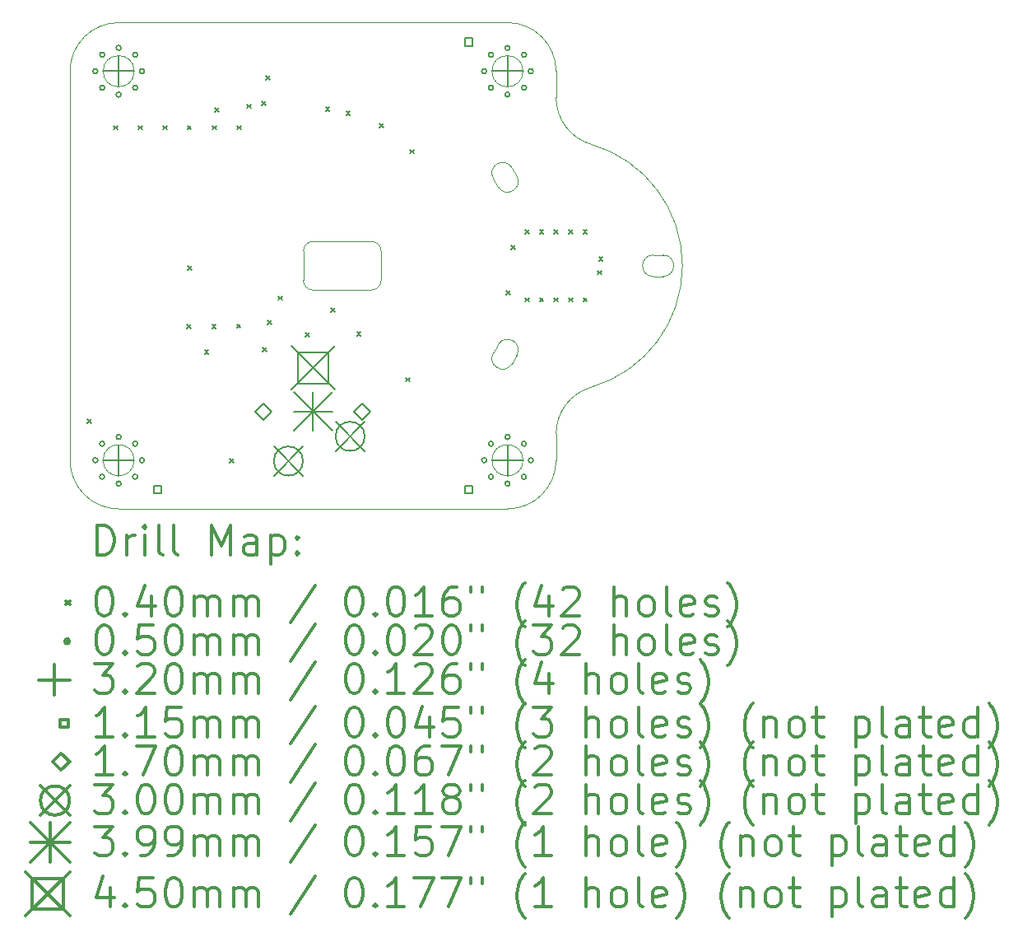
<source format=gbr>
%FSLAX45Y45*%
G04 Gerber Fmt 4.5, Leading zero omitted, Abs format (unit mm)*
G04 Created by KiCad (PCBNEW (5.1.6)-1) date 2022-02-18 00:55:25*
%MOMM*%
%LPD*%
G01*
G04 APERTURE LIST*
%TA.AperFunction,Profile*%
%ADD10C,0.100000*%
%TD*%
%ADD11C,0.200000*%
%ADD12C,0.300000*%
G04 APERTURE END LIST*
D10*
X16295263Y-8678975D02*
X16245263Y-8592372D01*
X16054737Y-8702372D02*
G75*
G02*
X16245263Y-8592372I95263J55000D01*
G01*
X16054737Y-8702372D02*
X16104737Y-8788975D01*
X16700000Y-7870838D02*
X16700000Y-7600000D01*
X16295263Y-8678975D02*
G75*
G02*
X16104737Y-8788975I-95263J-55000D01*
G01*
X14800000Y-9850000D02*
X14200000Y-9850000D01*
X14100000Y-9750000D02*
X14100000Y-9450000D01*
X14200000Y-9850000D02*
G75*
G02*
X14100000Y-9750000I0J100000D01*
G01*
X14100000Y-9450000D02*
G75*
G02*
X14200000Y-9350000I100000J0D01*
G01*
X14200000Y-9350000D02*
X14800000Y-9350000D01*
X14800000Y-9350000D02*
G75*
G02*
X14900000Y-9450000I0J-100000D01*
G01*
X14900000Y-9450000D02*
X14900000Y-9750000D01*
X14900000Y-9750000D02*
G75*
G02*
X14800000Y-9850000I-100000J0D01*
G01*
X16360000Y-11600000D02*
G75*
G03*
X16360000Y-11600000I-160000J0D01*
G01*
X12200000Y-12100000D02*
X16200000Y-12100000D01*
X11700000Y-7600000D02*
X11700000Y-11600000D01*
X16360000Y-7600000D02*
G75*
G03*
X16360000Y-7600000I-160000J0D01*
G01*
X12360000Y-7600000D02*
G75*
G03*
X12360000Y-7600000I-160000J0D01*
G01*
X12200000Y-12100000D02*
G75*
G02*
X11700000Y-11600000I0J500000D01*
G01*
X12360000Y-11600000D02*
G75*
G03*
X12360000Y-11600000I-160000J0D01*
G01*
X16245263Y-10607628D02*
X16295263Y-10521025D01*
X16104737Y-10411025D02*
G75*
G02*
X16295263Y-10521025I95263J-55000D01*
G01*
X16104737Y-10411025D02*
X16054737Y-10497628D01*
X16200000Y-7100000D02*
X12200000Y-7100000D01*
X17800000Y-9490000D02*
G75*
G02*
X17800000Y-9710000I0J-110000D01*
G01*
X17061111Y-8351161D02*
G75*
G02*
X16700000Y-7870838I138889J480323D01*
G01*
X17800000Y-9490000D02*
X17700000Y-9490000D01*
X16700000Y-11600000D02*
G75*
G02*
X16200000Y-12100000I-500000J0D01*
G01*
X17700000Y-9710000D02*
G75*
G02*
X17700000Y-9490000I0J110000D01*
G01*
X17700000Y-9710000D02*
X17800000Y-9710000D01*
X16700000Y-11329162D02*
G75*
G02*
X17061111Y-10848839I500000J0D01*
G01*
X16200000Y-7100000D02*
G75*
G02*
X16700000Y-7600000I0J-500000D01*
G01*
X16700000Y-11600000D02*
X16700000Y-11329162D01*
X16245263Y-10607628D02*
G75*
G02*
X16054737Y-10497628I-95263J55000D01*
G01*
X11700000Y-7600000D02*
G75*
G02*
X12200000Y-7100000I500000J0D01*
G01*
X17061111Y-8351161D02*
G75*
G02*
X17061111Y-10848839I-361111J-1248839D01*
G01*
D11*
X11880000Y-11180000D02*
X11920000Y-11220000D01*
X11920000Y-11180000D02*
X11880000Y-11220000D01*
X12150000Y-8160000D02*
X12190000Y-8200000D01*
X12190000Y-8160000D02*
X12150000Y-8200000D01*
X12405000Y-8160000D02*
X12445000Y-8200000D01*
X12445000Y-8160000D02*
X12405000Y-8200000D01*
X12655000Y-8160000D02*
X12695000Y-8200000D01*
X12695000Y-8160000D02*
X12655000Y-8200000D01*
X12905000Y-10205000D02*
X12945000Y-10245000D01*
X12945000Y-10205000D02*
X12905000Y-10245000D01*
X12907500Y-8160000D02*
X12947500Y-8200000D01*
X12947500Y-8160000D02*
X12907500Y-8200000D01*
X12910000Y-9605000D02*
X12950000Y-9645000D01*
X12950000Y-9605000D02*
X12910000Y-9645000D01*
X13085000Y-10470000D02*
X13125000Y-10510000D01*
X13125000Y-10470000D02*
X13085000Y-10510000D01*
X13160000Y-10205000D02*
X13200000Y-10245000D01*
X13200000Y-10205000D02*
X13160000Y-10245000D01*
X13165000Y-8160000D02*
X13205000Y-8200000D01*
X13205000Y-8160000D02*
X13165000Y-8200000D01*
X13192500Y-7980000D02*
X13232500Y-8020000D01*
X13232500Y-7980000D02*
X13192500Y-8020000D01*
X13340000Y-11587500D02*
X13380000Y-11627500D01*
X13380000Y-11587500D02*
X13340000Y-11627500D01*
X13415000Y-10200000D02*
X13455000Y-10240000D01*
X13455000Y-10200000D02*
X13415000Y-10240000D01*
X13420000Y-8160000D02*
X13460000Y-8200000D01*
X13460000Y-8160000D02*
X13420000Y-8200000D01*
X13520000Y-7940000D02*
X13560000Y-7980000D01*
X13560000Y-7940000D02*
X13520000Y-7980000D01*
X13670000Y-7910000D02*
X13710000Y-7950000D01*
X13710000Y-7910000D02*
X13670000Y-7950000D01*
X13680000Y-10440000D02*
X13720000Y-10480000D01*
X13720000Y-10440000D02*
X13680000Y-10480000D01*
X13717500Y-7647500D02*
X13757500Y-7687500D01*
X13757500Y-7647500D02*
X13717500Y-7687500D01*
X13730000Y-10160000D02*
X13770000Y-10200000D01*
X13770000Y-10160000D02*
X13730000Y-10200000D01*
X13840000Y-9912500D02*
X13880000Y-9952500D01*
X13880000Y-9912500D02*
X13840000Y-9952500D01*
X14120000Y-10290000D02*
X14160000Y-10330000D01*
X14160000Y-10290000D02*
X14120000Y-10330000D01*
X14330000Y-7970000D02*
X14370000Y-8010000D01*
X14370000Y-7970000D02*
X14330000Y-8010000D01*
X14382500Y-10032500D02*
X14422500Y-10072500D01*
X14422500Y-10032500D02*
X14382500Y-10072500D01*
X14540000Y-8010000D02*
X14580000Y-8050000D01*
X14580000Y-8010000D02*
X14540000Y-8050000D01*
X14650000Y-10280000D02*
X14690000Y-10320000D01*
X14690000Y-10280000D02*
X14650000Y-10320000D01*
X14885000Y-8140000D02*
X14925000Y-8180000D01*
X14925000Y-8140000D02*
X14885000Y-8180000D01*
X15155000Y-10750000D02*
X15195000Y-10790000D01*
X15195000Y-10750000D02*
X15155000Y-10790000D01*
X15195000Y-8405000D02*
X15235000Y-8445000D01*
X15235000Y-8405000D02*
X15195000Y-8445000D01*
X16190000Y-9855000D02*
X16230000Y-9895000D01*
X16230000Y-9855000D02*
X16190000Y-9895000D01*
X16239497Y-9389500D02*
X16279497Y-9429500D01*
X16279497Y-9389500D02*
X16239497Y-9429500D01*
X16380000Y-9230000D02*
X16420000Y-9270000D01*
X16420000Y-9230000D02*
X16380000Y-9270000D01*
X16380000Y-9930000D02*
X16420000Y-9970000D01*
X16420000Y-9930000D02*
X16380000Y-9970000D01*
X16530000Y-9230000D02*
X16570000Y-9270000D01*
X16570000Y-9230000D02*
X16530000Y-9270000D01*
X16530000Y-9930000D02*
X16570000Y-9970000D01*
X16570000Y-9930000D02*
X16530000Y-9970000D01*
X16680000Y-9230000D02*
X16720000Y-9270000D01*
X16720000Y-9230000D02*
X16680000Y-9270000D01*
X16680000Y-9930000D02*
X16720000Y-9970000D01*
X16720000Y-9930000D02*
X16680000Y-9970000D01*
X16830000Y-9230000D02*
X16870000Y-9270000D01*
X16870000Y-9230000D02*
X16830000Y-9270000D01*
X16830000Y-9930000D02*
X16870000Y-9970000D01*
X16870000Y-9930000D02*
X16830000Y-9970000D01*
X16980000Y-9230000D02*
X17020000Y-9270000D01*
X17020000Y-9230000D02*
X16980000Y-9270000D01*
X16980000Y-9930000D02*
X17020000Y-9970000D01*
X17020000Y-9930000D02*
X16980000Y-9970000D01*
X17130000Y-9650000D02*
X17170000Y-9690000D01*
X17170000Y-9650000D02*
X17130000Y-9690000D01*
X17140000Y-9510000D02*
X17180000Y-9550000D01*
X17180000Y-9510000D02*
X17140000Y-9550000D01*
X11985000Y-11600000D02*
G75*
G03*
X11985000Y-11600000I-25000J0D01*
G01*
X12055294Y-11430294D02*
G75*
G03*
X12055294Y-11430294I-25000J0D01*
G01*
X12055294Y-11769706D02*
G75*
G03*
X12055294Y-11769706I-25000J0D01*
G01*
X12225000Y-11360000D02*
G75*
G03*
X12225000Y-11360000I-25000J0D01*
G01*
X12225000Y-11840000D02*
G75*
G03*
X12225000Y-11840000I-25000J0D01*
G01*
X12394706Y-11430294D02*
G75*
G03*
X12394706Y-11430294I-25000J0D01*
G01*
X12394706Y-11769706D02*
G75*
G03*
X12394706Y-11769706I-25000J0D01*
G01*
X12465000Y-11600000D02*
G75*
G03*
X12465000Y-11600000I-25000J0D01*
G01*
X15985000Y-7600000D02*
G75*
G03*
X15985000Y-7600000I-25000J0D01*
G01*
X16055294Y-7430294D02*
G75*
G03*
X16055294Y-7430294I-25000J0D01*
G01*
X16055294Y-7769706D02*
G75*
G03*
X16055294Y-7769706I-25000J0D01*
G01*
X16225000Y-7360000D02*
G75*
G03*
X16225000Y-7360000I-25000J0D01*
G01*
X16225000Y-7840000D02*
G75*
G03*
X16225000Y-7840000I-25000J0D01*
G01*
X16394706Y-7430294D02*
G75*
G03*
X16394706Y-7430294I-25000J0D01*
G01*
X16394706Y-7769706D02*
G75*
G03*
X16394706Y-7769706I-25000J0D01*
G01*
X16465000Y-7600000D02*
G75*
G03*
X16465000Y-7600000I-25000J0D01*
G01*
X11985000Y-7600000D02*
G75*
G03*
X11985000Y-7600000I-25000J0D01*
G01*
X12055294Y-7430294D02*
G75*
G03*
X12055294Y-7430294I-25000J0D01*
G01*
X12055294Y-7769706D02*
G75*
G03*
X12055294Y-7769706I-25000J0D01*
G01*
X12225000Y-7360000D02*
G75*
G03*
X12225000Y-7360000I-25000J0D01*
G01*
X12225000Y-7840000D02*
G75*
G03*
X12225000Y-7840000I-25000J0D01*
G01*
X12394706Y-7430294D02*
G75*
G03*
X12394706Y-7430294I-25000J0D01*
G01*
X12394706Y-7769706D02*
G75*
G03*
X12394706Y-7769706I-25000J0D01*
G01*
X12465000Y-7600000D02*
G75*
G03*
X12465000Y-7600000I-25000J0D01*
G01*
X15985000Y-11600000D02*
G75*
G03*
X15985000Y-11600000I-25000J0D01*
G01*
X16055294Y-11430294D02*
G75*
G03*
X16055294Y-11430294I-25000J0D01*
G01*
X16055294Y-11769706D02*
G75*
G03*
X16055294Y-11769706I-25000J0D01*
G01*
X16225000Y-11360000D02*
G75*
G03*
X16225000Y-11360000I-25000J0D01*
G01*
X16225000Y-11840000D02*
G75*
G03*
X16225000Y-11840000I-25000J0D01*
G01*
X16394706Y-11430294D02*
G75*
G03*
X16394706Y-11430294I-25000J0D01*
G01*
X16394706Y-11769706D02*
G75*
G03*
X16394706Y-11769706I-25000J0D01*
G01*
X16465000Y-11600000D02*
G75*
G03*
X16465000Y-11600000I-25000J0D01*
G01*
X12200000Y-11440000D02*
X12200000Y-11760000D01*
X12040000Y-11600000D02*
X12360000Y-11600000D01*
X16200000Y-7440000D02*
X16200000Y-7760000D01*
X16040000Y-7600000D02*
X16360000Y-7600000D01*
X12200000Y-7440000D02*
X12200000Y-7760000D01*
X12040000Y-7600000D02*
X12360000Y-7600000D01*
X16200000Y-11440000D02*
X16200000Y-11760000D01*
X16040000Y-11600000D02*
X16360000Y-11600000D01*
X15840730Y-11940730D02*
X15840730Y-11859270D01*
X15759270Y-11859270D01*
X15759270Y-11940730D01*
X15840730Y-11940730D01*
X12640730Y-11940730D02*
X12640730Y-11859270D01*
X12559270Y-11859270D01*
X12559270Y-11940730D01*
X12640730Y-11940730D01*
X15840730Y-7340730D02*
X15840730Y-7259270D01*
X15759270Y-7259270D01*
X15759270Y-7340730D01*
X15840730Y-7340730D01*
X13692000Y-11185090D02*
X13777090Y-11100000D01*
X13692000Y-11014910D01*
X13606910Y-11100000D01*
X13692000Y-11185090D01*
X14708000Y-11185090D02*
X14793090Y-11100000D01*
X14708000Y-11014910D01*
X14622910Y-11100000D01*
X14708000Y-11185090D01*
X13796000Y-11458000D02*
X14096000Y-11758000D01*
X14096000Y-11458000D02*
X13796000Y-11758000D01*
X14096000Y-11608000D02*
G75*
G03*
X14096000Y-11608000I-150000J0D01*
G01*
X14431000Y-11204000D02*
X14731000Y-11504000D01*
X14731000Y-11204000D02*
X14431000Y-11504000D01*
X14731000Y-11354000D02*
G75*
G03*
X14731000Y-11354000I-150000J0D01*
G01*
X14000610Y-10900610D02*
X14399390Y-11299390D01*
X14399390Y-10900610D02*
X14000610Y-11299390D01*
X14200000Y-10900610D02*
X14200000Y-11299390D01*
X14000610Y-11100000D02*
X14399390Y-11100000D01*
X13975000Y-10425000D02*
X14425000Y-10875000D01*
X14425000Y-10425000D02*
X13975000Y-10875000D01*
X14359101Y-10809101D02*
X14359101Y-10490899D01*
X14040899Y-10490899D01*
X14040899Y-10809101D01*
X14359101Y-10809101D01*
D12*
X11981428Y-12570714D02*
X11981428Y-12270714D01*
X12052857Y-12270714D01*
X12095714Y-12285000D01*
X12124286Y-12313571D01*
X12138571Y-12342143D01*
X12152857Y-12399286D01*
X12152857Y-12442143D01*
X12138571Y-12499286D01*
X12124286Y-12527857D01*
X12095714Y-12556429D01*
X12052857Y-12570714D01*
X11981428Y-12570714D01*
X12281428Y-12570714D02*
X12281428Y-12370714D01*
X12281428Y-12427857D02*
X12295714Y-12399286D01*
X12310000Y-12385000D01*
X12338571Y-12370714D01*
X12367143Y-12370714D01*
X12467143Y-12570714D02*
X12467143Y-12370714D01*
X12467143Y-12270714D02*
X12452857Y-12285000D01*
X12467143Y-12299286D01*
X12481428Y-12285000D01*
X12467143Y-12270714D01*
X12467143Y-12299286D01*
X12652857Y-12570714D02*
X12624286Y-12556429D01*
X12610000Y-12527857D01*
X12610000Y-12270714D01*
X12810000Y-12570714D02*
X12781428Y-12556429D01*
X12767143Y-12527857D01*
X12767143Y-12270714D01*
X13152857Y-12570714D02*
X13152857Y-12270714D01*
X13252857Y-12485000D01*
X13352857Y-12270714D01*
X13352857Y-12570714D01*
X13624286Y-12570714D02*
X13624286Y-12413571D01*
X13610000Y-12385000D01*
X13581428Y-12370714D01*
X13524286Y-12370714D01*
X13495714Y-12385000D01*
X13624286Y-12556429D02*
X13595714Y-12570714D01*
X13524286Y-12570714D01*
X13495714Y-12556429D01*
X13481428Y-12527857D01*
X13481428Y-12499286D01*
X13495714Y-12470714D01*
X13524286Y-12456429D01*
X13595714Y-12456429D01*
X13624286Y-12442143D01*
X13767143Y-12370714D02*
X13767143Y-12670714D01*
X13767143Y-12385000D02*
X13795714Y-12370714D01*
X13852857Y-12370714D01*
X13881428Y-12385000D01*
X13895714Y-12399286D01*
X13910000Y-12427857D01*
X13910000Y-12513571D01*
X13895714Y-12542143D01*
X13881428Y-12556429D01*
X13852857Y-12570714D01*
X13795714Y-12570714D01*
X13767143Y-12556429D01*
X14038571Y-12542143D02*
X14052857Y-12556429D01*
X14038571Y-12570714D01*
X14024286Y-12556429D01*
X14038571Y-12542143D01*
X14038571Y-12570714D01*
X14038571Y-12385000D02*
X14052857Y-12399286D01*
X14038571Y-12413571D01*
X14024286Y-12399286D01*
X14038571Y-12385000D01*
X14038571Y-12413571D01*
X11655000Y-13045000D02*
X11695000Y-13085000D01*
X11695000Y-13045000D02*
X11655000Y-13085000D01*
X12038571Y-12900714D02*
X12067143Y-12900714D01*
X12095714Y-12915000D01*
X12110000Y-12929286D01*
X12124286Y-12957857D01*
X12138571Y-13015000D01*
X12138571Y-13086429D01*
X12124286Y-13143571D01*
X12110000Y-13172143D01*
X12095714Y-13186429D01*
X12067143Y-13200714D01*
X12038571Y-13200714D01*
X12010000Y-13186429D01*
X11995714Y-13172143D01*
X11981428Y-13143571D01*
X11967143Y-13086429D01*
X11967143Y-13015000D01*
X11981428Y-12957857D01*
X11995714Y-12929286D01*
X12010000Y-12915000D01*
X12038571Y-12900714D01*
X12267143Y-13172143D02*
X12281428Y-13186429D01*
X12267143Y-13200714D01*
X12252857Y-13186429D01*
X12267143Y-13172143D01*
X12267143Y-13200714D01*
X12538571Y-13000714D02*
X12538571Y-13200714D01*
X12467143Y-12886429D02*
X12395714Y-13100714D01*
X12581428Y-13100714D01*
X12752857Y-12900714D02*
X12781428Y-12900714D01*
X12810000Y-12915000D01*
X12824286Y-12929286D01*
X12838571Y-12957857D01*
X12852857Y-13015000D01*
X12852857Y-13086429D01*
X12838571Y-13143571D01*
X12824286Y-13172143D01*
X12810000Y-13186429D01*
X12781428Y-13200714D01*
X12752857Y-13200714D01*
X12724286Y-13186429D01*
X12710000Y-13172143D01*
X12695714Y-13143571D01*
X12681428Y-13086429D01*
X12681428Y-13015000D01*
X12695714Y-12957857D01*
X12710000Y-12929286D01*
X12724286Y-12915000D01*
X12752857Y-12900714D01*
X12981428Y-13200714D02*
X12981428Y-13000714D01*
X12981428Y-13029286D02*
X12995714Y-13015000D01*
X13024286Y-13000714D01*
X13067143Y-13000714D01*
X13095714Y-13015000D01*
X13110000Y-13043571D01*
X13110000Y-13200714D01*
X13110000Y-13043571D02*
X13124286Y-13015000D01*
X13152857Y-13000714D01*
X13195714Y-13000714D01*
X13224286Y-13015000D01*
X13238571Y-13043571D01*
X13238571Y-13200714D01*
X13381428Y-13200714D02*
X13381428Y-13000714D01*
X13381428Y-13029286D02*
X13395714Y-13015000D01*
X13424286Y-13000714D01*
X13467143Y-13000714D01*
X13495714Y-13015000D01*
X13510000Y-13043571D01*
X13510000Y-13200714D01*
X13510000Y-13043571D02*
X13524286Y-13015000D01*
X13552857Y-13000714D01*
X13595714Y-13000714D01*
X13624286Y-13015000D01*
X13638571Y-13043571D01*
X13638571Y-13200714D01*
X14224286Y-12886429D02*
X13967143Y-13272143D01*
X14610000Y-12900714D02*
X14638571Y-12900714D01*
X14667143Y-12915000D01*
X14681428Y-12929286D01*
X14695714Y-12957857D01*
X14710000Y-13015000D01*
X14710000Y-13086429D01*
X14695714Y-13143571D01*
X14681428Y-13172143D01*
X14667143Y-13186429D01*
X14638571Y-13200714D01*
X14610000Y-13200714D01*
X14581428Y-13186429D01*
X14567143Y-13172143D01*
X14552857Y-13143571D01*
X14538571Y-13086429D01*
X14538571Y-13015000D01*
X14552857Y-12957857D01*
X14567143Y-12929286D01*
X14581428Y-12915000D01*
X14610000Y-12900714D01*
X14838571Y-13172143D02*
X14852857Y-13186429D01*
X14838571Y-13200714D01*
X14824286Y-13186429D01*
X14838571Y-13172143D01*
X14838571Y-13200714D01*
X15038571Y-12900714D02*
X15067143Y-12900714D01*
X15095714Y-12915000D01*
X15110000Y-12929286D01*
X15124286Y-12957857D01*
X15138571Y-13015000D01*
X15138571Y-13086429D01*
X15124286Y-13143571D01*
X15110000Y-13172143D01*
X15095714Y-13186429D01*
X15067143Y-13200714D01*
X15038571Y-13200714D01*
X15010000Y-13186429D01*
X14995714Y-13172143D01*
X14981428Y-13143571D01*
X14967143Y-13086429D01*
X14967143Y-13015000D01*
X14981428Y-12957857D01*
X14995714Y-12929286D01*
X15010000Y-12915000D01*
X15038571Y-12900714D01*
X15424286Y-13200714D02*
X15252857Y-13200714D01*
X15338571Y-13200714D02*
X15338571Y-12900714D01*
X15310000Y-12943571D01*
X15281428Y-12972143D01*
X15252857Y-12986429D01*
X15681428Y-12900714D02*
X15624286Y-12900714D01*
X15595714Y-12915000D01*
X15581428Y-12929286D01*
X15552857Y-12972143D01*
X15538571Y-13029286D01*
X15538571Y-13143571D01*
X15552857Y-13172143D01*
X15567143Y-13186429D01*
X15595714Y-13200714D01*
X15652857Y-13200714D01*
X15681428Y-13186429D01*
X15695714Y-13172143D01*
X15710000Y-13143571D01*
X15710000Y-13072143D01*
X15695714Y-13043571D01*
X15681428Y-13029286D01*
X15652857Y-13015000D01*
X15595714Y-13015000D01*
X15567143Y-13029286D01*
X15552857Y-13043571D01*
X15538571Y-13072143D01*
X15824286Y-12900714D02*
X15824286Y-12957857D01*
X15938571Y-12900714D02*
X15938571Y-12957857D01*
X16381428Y-13315000D02*
X16367143Y-13300714D01*
X16338571Y-13257857D01*
X16324286Y-13229286D01*
X16310000Y-13186429D01*
X16295714Y-13115000D01*
X16295714Y-13057857D01*
X16310000Y-12986429D01*
X16324286Y-12943571D01*
X16338571Y-12915000D01*
X16367143Y-12872143D01*
X16381428Y-12857857D01*
X16624286Y-13000714D02*
X16624286Y-13200714D01*
X16552857Y-12886429D02*
X16481428Y-13100714D01*
X16667143Y-13100714D01*
X16767143Y-12929286D02*
X16781428Y-12915000D01*
X16810000Y-12900714D01*
X16881428Y-12900714D01*
X16910000Y-12915000D01*
X16924286Y-12929286D01*
X16938571Y-12957857D01*
X16938571Y-12986429D01*
X16924286Y-13029286D01*
X16752857Y-13200714D01*
X16938571Y-13200714D01*
X17295714Y-13200714D02*
X17295714Y-12900714D01*
X17424286Y-13200714D02*
X17424286Y-13043571D01*
X17410000Y-13015000D01*
X17381428Y-13000714D01*
X17338571Y-13000714D01*
X17310000Y-13015000D01*
X17295714Y-13029286D01*
X17610000Y-13200714D02*
X17581428Y-13186429D01*
X17567143Y-13172143D01*
X17552857Y-13143571D01*
X17552857Y-13057857D01*
X17567143Y-13029286D01*
X17581428Y-13015000D01*
X17610000Y-13000714D01*
X17652857Y-13000714D01*
X17681428Y-13015000D01*
X17695714Y-13029286D01*
X17710000Y-13057857D01*
X17710000Y-13143571D01*
X17695714Y-13172143D01*
X17681428Y-13186429D01*
X17652857Y-13200714D01*
X17610000Y-13200714D01*
X17881428Y-13200714D02*
X17852857Y-13186429D01*
X17838571Y-13157857D01*
X17838571Y-12900714D01*
X18110000Y-13186429D02*
X18081428Y-13200714D01*
X18024286Y-13200714D01*
X17995714Y-13186429D01*
X17981428Y-13157857D01*
X17981428Y-13043571D01*
X17995714Y-13015000D01*
X18024286Y-13000714D01*
X18081428Y-13000714D01*
X18110000Y-13015000D01*
X18124286Y-13043571D01*
X18124286Y-13072143D01*
X17981428Y-13100714D01*
X18238571Y-13186429D02*
X18267143Y-13200714D01*
X18324286Y-13200714D01*
X18352857Y-13186429D01*
X18367143Y-13157857D01*
X18367143Y-13143571D01*
X18352857Y-13115000D01*
X18324286Y-13100714D01*
X18281428Y-13100714D01*
X18252857Y-13086429D01*
X18238571Y-13057857D01*
X18238571Y-13043571D01*
X18252857Y-13015000D01*
X18281428Y-13000714D01*
X18324286Y-13000714D01*
X18352857Y-13015000D01*
X18467143Y-13315000D02*
X18481428Y-13300714D01*
X18510000Y-13257857D01*
X18524286Y-13229286D01*
X18538571Y-13186429D01*
X18552857Y-13115000D01*
X18552857Y-13057857D01*
X18538571Y-12986429D01*
X18524286Y-12943571D01*
X18510000Y-12915000D01*
X18481428Y-12872143D01*
X18467143Y-12857857D01*
X11695000Y-13461000D02*
G75*
G03*
X11695000Y-13461000I-25000J0D01*
G01*
X12038571Y-13296714D02*
X12067143Y-13296714D01*
X12095714Y-13311000D01*
X12110000Y-13325286D01*
X12124286Y-13353857D01*
X12138571Y-13411000D01*
X12138571Y-13482429D01*
X12124286Y-13539571D01*
X12110000Y-13568143D01*
X12095714Y-13582429D01*
X12067143Y-13596714D01*
X12038571Y-13596714D01*
X12010000Y-13582429D01*
X11995714Y-13568143D01*
X11981428Y-13539571D01*
X11967143Y-13482429D01*
X11967143Y-13411000D01*
X11981428Y-13353857D01*
X11995714Y-13325286D01*
X12010000Y-13311000D01*
X12038571Y-13296714D01*
X12267143Y-13568143D02*
X12281428Y-13582429D01*
X12267143Y-13596714D01*
X12252857Y-13582429D01*
X12267143Y-13568143D01*
X12267143Y-13596714D01*
X12552857Y-13296714D02*
X12410000Y-13296714D01*
X12395714Y-13439571D01*
X12410000Y-13425286D01*
X12438571Y-13411000D01*
X12510000Y-13411000D01*
X12538571Y-13425286D01*
X12552857Y-13439571D01*
X12567143Y-13468143D01*
X12567143Y-13539571D01*
X12552857Y-13568143D01*
X12538571Y-13582429D01*
X12510000Y-13596714D01*
X12438571Y-13596714D01*
X12410000Y-13582429D01*
X12395714Y-13568143D01*
X12752857Y-13296714D02*
X12781428Y-13296714D01*
X12810000Y-13311000D01*
X12824286Y-13325286D01*
X12838571Y-13353857D01*
X12852857Y-13411000D01*
X12852857Y-13482429D01*
X12838571Y-13539571D01*
X12824286Y-13568143D01*
X12810000Y-13582429D01*
X12781428Y-13596714D01*
X12752857Y-13596714D01*
X12724286Y-13582429D01*
X12710000Y-13568143D01*
X12695714Y-13539571D01*
X12681428Y-13482429D01*
X12681428Y-13411000D01*
X12695714Y-13353857D01*
X12710000Y-13325286D01*
X12724286Y-13311000D01*
X12752857Y-13296714D01*
X12981428Y-13596714D02*
X12981428Y-13396714D01*
X12981428Y-13425286D02*
X12995714Y-13411000D01*
X13024286Y-13396714D01*
X13067143Y-13396714D01*
X13095714Y-13411000D01*
X13110000Y-13439571D01*
X13110000Y-13596714D01*
X13110000Y-13439571D02*
X13124286Y-13411000D01*
X13152857Y-13396714D01*
X13195714Y-13396714D01*
X13224286Y-13411000D01*
X13238571Y-13439571D01*
X13238571Y-13596714D01*
X13381428Y-13596714D02*
X13381428Y-13396714D01*
X13381428Y-13425286D02*
X13395714Y-13411000D01*
X13424286Y-13396714D01*
X13467143Y-13396714D01*
X13495714Y-13411000D01*
X13510000Y-13439571D01*
X13510000Y-13596714D01*
X13510000Y-13439571D02*
X13524286Y-13411000D01*
X13552857Y-13396714D01*
X13595714Y-13396714D01*
X13624286Y-13411000D01*
X13638571Y-13439571D01*
X13638571Y-13596714D01*
X14224286Y-13282429D02*
X13967143Y-13668143D01*
X14610000Y-13296714D02*
X14638571Y-13296714D01*
X14667143Y-13311000D01*
X14681428Y-13325286D01*
X14695714Y-13353857D01*
X14710000Y-13411000D01*
X14710000Y-13482429D01*
X14695714Y-13539571D01*
X14681428Y-13568143D01*
X14667143Y-13582429D01*
X14638571Y-13596714D01*
X14610000Y-13596714D01*
X14581428Y-13582429D01*
X14567143Y-13568143D01*
X14552857Y-13539571D01*
X14538571Y-13482429D01*
X14538571Y-13411000D01*
X14552857Y-13353857D01*
X14567143Y-13325286D01*
X14581428Y-13311000D01*
X14610000Y-13296714D01*
X14838571Y-13568143D02*
X14852857Y-13582429D01*
X14838571Y-13596714D01*
X14824286Y-13582429D01*
X14838571Y-13568143D01*
X14838571Y-13596714D01*
X15038571Y-13296714D02*
X15067143Y-13296714D01*
X15095714Y-13311000D01*
X15110000Y-13325286D01*
X15124286Y-13353857D01*
X15138571Y-13411000D01*
X15138571Y-13482429D01*
X15124286Y-13539571D01*
X15110000Y-13568143D01*
X15095714Y-13582429D01*
X15067143Y-13596714D01*
X15038571Y-13596714D01*
X15010000Y-13582429D01*
X14995714Y-13568143D01*
X14981428Y-13539571D01*
X14967143Y-13482429D01*
X14967143Y-13411000D01*
X14981428Y-13353857D01*
X14995714Y-13325286D01*
X15010000Y-13311000D01*
X15038571Y-13296714D01*
X15252857Y-13325286D02*
X15267143Y-13311000D01*
X15295714Y-13296714D01*
X15367143Y-13296714D01*
X15395714Y-13311000D01*
X15410000Y-13325286D01*
X15424286Y-13353857D01*
X15424286Y-13382429D01*
X15410000Y-13425286D01*
X15238571Y-13596714D01*
X15424286Y-13596714D01*
X15610000Y-13296714D02*
X15638571Y-13296714D01*
X15667143Y-13311000D01*
X15681428Y-13325286D01*
X15695714Y-13353857D01*
X15710000Y-13411000D01*
X15710000Y-13482429D01*
X15695714Y-13539571D01*
X15681428Y-13568143D01*
X15667143Y-13582429D01*
X15638571Y-13596714D01*
X15610000Y-13596714D01*
X15581428Y-13582429D01*
X15567143Y-13568143D01*
X15552857Y-13539571D01*
X15538571Y-13482429D01*
X15538571Y-13411000D01*
X15552857Y-13353857D01*
X15567143Y-13325286D01*
X15581428Y-13311000D01*
X15610000Y-13296714D01*
X15824286Y-13296714D02*
X15824286Y-13353857D01*
X15938571Y-13296714D02*
X15938571Y-13353857D01*
X16381428Y-13711000D02*
X16367143Y-13696714D01*
X16338571Y-13653857D01*
X16324286Y-13625286D01*
X16310000Y-13582429D01*
X16295714Y-13511000D01*
X16295714Y-13453857D01*
X16310000Y-13382429D01*
X16324286Y-13339571D01*
X16338571Y-13311000D01*
X16367143Y-13268143D01*
X16381428Y-13253857D01*
X16467143Y-13296714D02*
X16652857Y-13296714D01*
X16552857Y-13411000D01*
X16595714Y-13411000D01*
X16624286Y-13425286D01*
X16638571Y-13439571D01*
X16652857Y-13468143D01*
X16652857Y-13539571D01*
X16638571Y-13568143D01*
X16624286Y-13582429D01*
X16595714Y-13596714D01*
X16510000Y-13596714D01*
X16481428Y-13582429D01*
X16467143Y-13568143D01*
X16767143Y-13325286D02*
X16781428Y-13311000D01*
X16810000Y-13296714D01*
X16881428Y-13296714D01*
X16910000Y-13311000D01*
X16924286Y-13325286D01*
X16938571Y-13353857D01*
X16938571Y-13382429D01*
X16924286Y-13425286D01*
X16752857Y-13596714D01*
X16938571Y-13596714D01*
X17295714Y-13596714D02*
X17295714Y-13296714D01*
X17424286Y-13596714D02*
X17424286Y-13439571D01*
X17410000Y-13411000D01*
X17381428Y-13396714D01*
X17338571Y-13396714D01*
X17310000Y-13411000D01*
X17295714Y-13425286D01*
X17610000Y-13596714D02*
X17581428Y-13582429D01*
X17567143Y-13568143D01*
X17552857Y-13539571D01*
X17552857Y-13453857D01*
X17567143Y-13425286D01*
X17581428Y-13411000D01*
X17610000Y-13396714D01*
X17652857Y-13396714D01*
X17681428Y-13411000D01*
X17695714Y-13425286D01*
X17710000Y-13453857D01*
X17710000Y-13539571D01*
X17695714Y-13568143D01*
X17681428Y-13582429D01*
X17652857Y-13596714D01*
X17610000Y-13596714D01*
X17881428Y-13596714D02*
X17852857Y-13582429D01*
X17838571Y-13553857D01*
X17838571Y-13296714D01*
X18110000Y-13582429D02*
X18081428Y-13596714D01*
X18024286Y-13596714D01*
X17995714Y-13582429D01*
X17981428Y-13553857D01*
X17981428Y-13439571D01*
X17995714Y-13411000D01*
X18024286Y-13396714D01*
X18081428Y-13396714D01*
X18110000Y-13411000D01*
X18124286Y-13439571D01*
X18124286Y-13468143D01*
X17981428Y-13496714D01*
X18238571Y-13582429D02*
X18267143Y-13596714D01*
X18324286Y-13596714D01*
X18352857Y-13582429D01*
X18367143Y-13553857D01*
X18367143Y-13539571D01*
X18352857Y-13511000D01*
X18324286Y-13496714D01*
X18281428Y-13496714D01*
X18252857Y-13482429D01*
X18238571Y-13453857D01*
X18238571Y-13439571D01*
X18252857Y-13411000D01*
X18281428Y-13396714D01*
X18324286Y-13396714D01*
X18352857Y-13411000D01*
X18467143Y-13711000D02*
X18481428Y-13696714D01*
X18510000Y-13653857D01*
X18524286Y-13625286D01*
X18538571Y-13582429D01*
X18552857Y-13511000D01*
X18552857Y-13453857D01*
X18538571Y-13382429D01*
X18524286Y-13339571D01*
X18510000Y-13311000D01*
X18481428Y-13268143D01*
X18467143Y-13253857D01*
X11535000Y-13697000D02*
X11535000Y-14017000D01*
X11375000Y-13857000D02*
X11695000Y-13857000D01*
X11952857Y-13692714D02*
X12138571Y-13692714D01*
X12038571Y-13807000D01*
X12081428Y-13807000D01*
X12110000Y-13821286D01*
X12124286Y-13835571D01*
X12138571Y-13864143D01*
X12138571Y-13935571D01*
X12124286Y-13964143D01*
X12110000Y-13978429D01*
X12081428Y-13992714D01*
X11995714Y-13992714D01*
X11967143Y-13978429D01*
X11952857Y-13964143D01*
X12267143Y-13964143D02*
X12281428Y-13978429D01*
X12267143Y-13992714D01*
X12252857Y-13978429D01*
X12267143Y-13964143D01*
X12267143Y-13992714D01*
X12395714Y-13721286D02*
X12410000Y-13707000D01*
X12438571Y-13692714D01*
X12510000Y-13692714D01*
X12538571Y-13707000D01*
X12552857Y-13721286D01*
X12567143Y-13749857D01*
X12567143Y-13778429D01*
X12552857Y-13821286D01*
X12381428Y-13992714D01*
X12567143Y-13992714D01*
X12752857Y-13692714D02*
X12781428Y-13692714D01*
X12810000Y-13707000D01*
X12824286Y-13721286D01*
X12838571Y-13749857D01*
X12852857Y-13807000D01*
X12852857Y-13878429D01*
X12838571Y-13935571D01*
X12824286Y-13964143D01*
X12810000Y-13978429D01*
X12781428Y-13992714D01*
X12752857Y-13992714D01*
X12724286Y-13978429D01*
X12710000Y-13964143D01*
X12695714Y-13935571D01*
X12681428Y-13878429D01*
X12681428Y-13807000D01*
X12695714Y-13749857D01*
X12710000Y-13721286D01*
X12724286Y-13707000D01*
X12752857Y-13692714D01*
X12981428Y-13992714D02*
X12981428Y-13792714D01*
X12981428Y-13821286D02*
X12995714Y-13807000D01*
X13024286Y-13792714D01*
X13067143Y-13792714D01*
X13095714Y-13807000D01*
X13110000Y-13835571D01*
X13110000Y-13992714D01*
X13110000Y-13835571D02*
X13124286Y-13807000D01*
X13152857Y-13792714D01*
X13195714Y-13792714D01*
X13224286Y-13807000D01*
X13238571Y-13835571D01*
X13238571Y-13992714D01*
X13381428Y-13992714D02*
X13381428Y-13792714D01*
X13381428Y-13821286D02*
X13395714Y-13807000D01*
X13424286Y-13792714D01*
X13467143Y-13792714D01*
X13495714Y-13807000D01*
X13510000Y-13835571D01*
X13510000Y-13992714D01*
X13510000Y-13835571D02*
X13524286Y-13807000D01*
X13552857Y-13792714D01*
X13595714Y-13792714D01*
X13624286Y-13807000D01*
X13638571Y-13835571D01*
X13638571Y-13992714D01*
X14224286Y-13678429D02*
X13967143Y-14064143D01*
X14610000Y-13692714D02*
X14638571Y-13692714D01*
X14667143Y-13707000D01*
X14681428Y-13721286D01*
X14695714Y-13749857D01*
X14710000Y-13807000D01*
X14710000Y-13878429D01*
X14695714Y-13935571D01*
X14681428Y-13964143D01*
X14667143Y-13978429D01*
X14638571Y-13992714D01*
X14610000Y-13992714D01*
X14581428Y-13978429D01*
X14567143Y-13964143D01*
X14552857Y-13935571D01*
X14538571Y-13878429D01*
X14538571Y-13807000D01*
X14552857Y-13749857D01*
X14567143Y-13721286D01*
X14581428Y-13707000D01*
X14610000Y-13692714D01*
X14838571Y-13964143D02*
X14852857Y-13978429D01*
X14838571Y-13992714D01*
X14824286Y-13978429D01*
X14838571Y-13964143D01*
X14838571Y-13992714D01*
X15138571Y-13992714D02*
X14967143Y-13992714D01*
X15052857Y-13992714D02*
X15052857Y-13692714D01*
X15024286Y-13735571D01*
X14995714Y-13764143D01*
X14967143Y-13778429D01*
X15252857Y-13721286D02*
X15267143Y-13707000D01*
X15295714Y-13692714D01*
X15367143Y-13692714D01*
X15395714Y-13707000D01*
X15410000Y-13721286D01*
X15424286Y-13749857D01*
X15424286Y-13778429D01*
X15410000Y-13821286D01*
X15238571Y-13992714D01*
X15424286Y-13992714D01*
X15681428Y-13692714D02*
X15624286Y-13692714D01*
X15595714Y-13707000D01*
X15581428Y-13721286D01*
X15552857Y-13764143D01*
X15538571Y-13821286D01*
X15538571Y-13935571D01*
X15552857Y-13964143D01*
X15567143Y-13978429D01*
X15595714Y-13992714D01*
X15652857Y-13992714D01*
X15681428Y-13978429D01*
X15695714Y-13964143D01*
X15710000Y-13935571D01*
X15710000Y-13864143D01*
X15695714Y-13835571D01*
X15681428Y-13821286D01*
X15652857Y-13807000D01*
X15595714Y-13807000D01*
X15567143Y-13821286D01*
X15552857Y-13835571D01*
X15538571Y-13864143D01*
X15824286Y-13692714D02*
X15824286Y-13749857D01*
X15938571Y-13692714D02*
X15938571Y-13749857D01*
X16381428Y-14107000D02*
X16367143Y-14092714D01*
X16338571Y-14049857D01*
X16324286Y-14021286D01*
X16310000Y-13978429D01*
X16295714Y-13907000D01*
X16295714Y-13849857D01*
X16310000Y-13778429D01*
X16324286Y-13735571D01*
X16338571Y-13707000D01*
X16367143Y-13664143D01*
X16381428Y-13649857D01*
X16624286Y-13792714D02*
X16624286Y-13992714D01*
X16552857Y-13678429D02*
X16481428Y-13892714D01*
X16667143Y-13892714D01*
X17010000Y-13992714D02*
X17010000Y-13692714D01*
X17138571Y-13992714D02*
X17138571Y-13835571D01*
X17124286Y-13807000D01*
X17095714Y-13792714D01*
X17052857Y-13792714D01*
X17024286Y-13807000D01*
X17010000Y-13821286D01*
X17324286Y-13992714D02*
X17295714Y-13978429D01*
X17281428Y-13964143D01*
X17267143Y-13935571D01*
X17267143Y-13849857D01*
X17281428Y-13821286D01*
X17295714Y-13807000D01*
X17324286Y-13792714D01*
X17367143Y-13792714D01*
X17395714Y-13807000D01*
X17410000Y-13821286D01*
X17424286Y-13849857D01*
X17424286Y-13935571D01*
X17410000Y-13964143D01*
X17395714Y-13978429D01*
X17367143Y-13992714D01*
X17324286Y-13992714D01*
X17595714Y-13992714D02*
X17567143Y-13978429D01*
X17552857Y-13949857D01*
X17552857Y-13692714D01*
X17824286Y-13978429D02*
X17795714Y-13992714D01*
X17738571Y-13992714D01*
X17710000Y-13978429D01*
X17695714Y-13949857D01*
X17695714Y-13835571D01*
X17710000Y-13807000D01*
X17738571Y-13792714D01*
X17795714Y-13792714D01*
X17824286Y-13807000D01*
X17838571Y-13835571D01*
X17838571Y-13864143D01*
X17695714Y-13892714D01*
X17952857Y-13978429D02*
X17981428Y-13992714D01*
X18038571Y-13992714D01*
X18067143Y-13978429D01*
X18081428Y-13949857D01*
X18081428Y-13935571D01*
X18067143Y-13907000D01*
X18038571Y-13892714D01*
X17995714Y-13892714D01*
X17967143Y-13878429D01*
X17952857Y-13849857D01*
X17952857Y-13835571D01*
X17967143Y-13807000D01*
X17995714Y-13792714D01*
X18038571Y-13792714D01*
X18067143Y-13807000D01*
X18181428Y-14107000D02*
X18195714Y-14092714D01*
X18224286Y-14049857D01*
X18238571Y-14021286D01*
X18252857Y-13978429D01*
X18267143Y-13907000D01*
X18267143Y-13849857D01*
X18252857Y-13778429D01*
X18238571Y-13735571D01*
X18224286Y-13707000D01*
X18195714Y-13664143D01*
X18181428Y-13649857D01*
X11678130Y-14347730D02*
X11678130Y-14266270D01*
X11596670Y-14266270D01*
X11596670Y-14347730D01*
X11678130Y-14347730D01*
X12138571Y-14442714D02*
X11967143Y-14442714D01*
X12052857Y-14442714D02*
X12052857Y-14142714D01*
X12024286Y-14185571D01*
X11995714Y-14214143D01*
X11967143Y-14228429D01*
X12267143Y-14414143D02*
X12281428Y-14428429D01*
X12267143Y-14442714D01*
X12252857Y-14428429D01*
X12267143Y-14414143D01*
X12267143Y-14442714D01*
X12567143Y-14442714D02*
X12395714Y-14442714D01*
X12481428Y-14442714D02*
X12481428Y-14142714D01*
X12452857Y-14185571D01*
X12424286Y-14214143D01*
X12395714Y-14228429D01*
X12838571Y-14142714D02*
X12695714Y-14142714D01*
X12681428Y-14285571D01*
X12695714Y-14271286D01*
X12724286Y-14257000D01*
X12795714Y-14257000D01*
X12824286Y-14271286D01*
X12838571Y-14285571D01*
X12852857Y-14314143D01*
X12852857Y-14385571D01*
X12838571Y-14414143D01*
X12824286Y-14428429D01*
X12795714Y-14442714D01*
X12724286Y-14442714D01*
X12695714Y-14428429D01*
X12681428Y-14414143D01*
X12981428Y-14442714D02*
X12981428Y-14242714D01*
X12981428Y-14271286D02*
X12995714Y-14257000D01*
X13024286Y-14242714D01*
X13067143Y-14242714D01*
X13095714Y-14257000D01*
X13110000Y-14285571D01*
X13110000Y-14442714D01*
X13110000Y-14285571D02*
X13124286Y-14257000D01*
X13152857Y-14242714D01*
X13195714Y-14242714D01*
X13224286Y-14257000D01*
X13238571Y-14285571D01*
X13238571Y-14442714D01*
X13381428Y-14442714D02*
X13381428Y-14242714D01*
X13381428Y-14271286D02*
X13395714Y-14257000D01*
X13424286Y-14242714D01*
X13467143Y-14242714D01*
X13495714Y-14257000D01*
X13510000Y-14285571D01*
X13510000Y-14442714D01*
X13510000Y-14285571D02*
X13524286Y-14257000D01*
X13552857Y-14242714D01*
X13595714Y-14242714D01*
X13624286Y-14257000D01*
X13638571Y-14285571D01*
X13638571Y-14442714D01*
X14224286Y-14128429D02*
X13967143Y-14514143D01*
X14610000Y-14142714D02*
X14638571Y-14142714D01*
X14667143Y-14157000D01*
X14681428Y-14171286D01*
X14695714Y-14199857D01*
X14710000Y-14257000D01*
X14710000Y-14328429D01*
X14695714Y-14385571D01*
X14681428Y-14414143D01*
X14667143Y-14428429D01*
X14638571Y-14442714D01*
X14610000Y-14442714D01*
X14581428Y-14428429D01*
X14567143Y-14414143D01*
X14552857Y-14385571D01*
X14538571Y-14328429D01*
X14538571Y-14257000D01*
X14552857Y-14199857D01*
X14567143Y-14171286D01*
X14581428Y-14157000D01*
X14610000Y-14142714D01*
X14838571Y-14414143D02*
X14852857Y-14428429D01*
X14838571Y-14442714D01*
X14824286Y-14428429D01*
X14838571Y-14414143D01*
X14838571Y-14442714D01*
X15038571Y-14142714D02*
X15067143Y-14142714D01*
X15095714Y-14157000D01*
X15110000Y-14171286D01*
X15124286Y-14199857D01*
X15138571Y-14257000D01*
X15138571Y-14328429D01*
X15124286Y-14385571D01*
X15110000Y-14414143D01*
X15095714Y-14428429D01*
X15067143Y-14442714D01*
X15038571Y-14442714D01*
X15010000Y-14428429D01*
X14995714Y-14414143D01*
X14981428Y-14385571D01*
X14967143Y-14328429D01*
X14967143Y-14257000D01*
X14981428Y-14199857D01*
X14995714Y-14171286D01*
X15010000Y-14157000D01*
X15038571Y-14142714D01*
X15395714Y-14242714D02*
X15395714Y-14442714D01*
X15324286Y-14128429D02*
X15252857Y-14342714D01*
X15438571Y-14342714D01*
X15695714Y-14142714D02*
X15552857Y-14142714D01*
X15538571Y-14285571D01*
X15552857Y-14271286D01*
X15581428Y-14257000D01*
X15652857Y-14257000D01*
X15681428Y-14271286D01*
X15695714Y-14285571D01*
X15710000Y-14314143D01*
X15710000Y-14385571D01*
X15695714Y-14414143D01*
X15681428Y-14428429D01*
X15652857Y-14442714D01*
X15581428Y-14442714D01*
X15552857Y-14428429D01*
X15538571Y-14414143D01*
X15824286Y-14142714D02*
X15824286Y-14199857D01*
X15938571Y-14142714D02*
X15938571Y-14199857D01*
X16381428Y-14557000D02*
X16367143Y-14542714D01*
X16338571Y-14499857D01*
X16324286Y-14471286D01*
X16310000Y-14428429D01*
X16295714Y-14357000D01*
X16295714Y-14299857D01*
X16310000Y-14228429D01*
X16324286Y-14185571D01*
X16338571Y-14157000D01*
X16367143Y-14114143D01*
X16381428Y-14099857D01*
X16467143Y-14142714D02*
X16652857Y-14142714D01*
X16552857Y-14257000D01*
X16595714Y-14257000D01*
X16624286Y-14271286D01*
X16638571Y-14285571D01*
X16652857Y-14314143D01*
X16652857Y-14385571D01*
X16638571Y-14414143D01*
X16624286Y-14428429D01*
X16595714Y-14442714D01*
X16510000Y-14442714D01*
X16481428Y-14428429D01*
X16467143Y-14414143D01*
X17010000Y-14442714D02*
X17010000Y-14142714D01*
X17138571Y-14442714D02*
X17138571Y-14285571D01*
X17124286Y-14257000D01*
X17095714Y-14242714D01*
X17052857Y-14242714D01*
X17024286Y-14257000D01*
X17010000Y-14271286D01*
X17324286Y-14442714D02*
X17295714Y-14428429D01*
X17281428Y-14414143D01*
X17267143Y-14385571D01*
X17267143Y-14299857D01*
X17281428Y-14271286D01*
X17295714Y-14257000D01*
X17324286Y-14242714D01*
X17367143Y-14242714D01*
X17395714Y-14257000D01*
X17410000Y-14271286D01*
X17424286Y-14299857D01*
X17424286Y-14385571D01*
X17410000Y-14414143D01*
X17395714Y-14428429D01*
X17367143Y-14442714D01*
X17324286Y-14442714D01*
X17595714Y-14442714D02*
X17567143Y-14428429D01*
X17552857Y-14399857D01*
X17552857Y-14142714D01*
X17824286Y-14428429D02*
X17795714Y-14442714D01*
X17738571Y-14442714D01*
X17710000Y-14428429D01*
X17695714Y-14399857D01*
X17695714Y-14285571D01*
X17710000Y-14257000D01*
X17738571Y-14242714D01*
X17795714Y-14242714D01*
X17824286Y-14257000D01*
X17838571Y-14285571D01*
X17838571Y-14314143D01*
X17695714Y-14342714D01*
X17952857Y-14428429D02*
X17981428Y-14442714D01*
X18038571Y-14442714D01*
X18067143Y-14428429D01*
X18081428Y-14399857D01*
X18081428Y-14385571D01*
X18067143Y-14357000D01*
X18038571Y-14342714D01*
X17995714Y-14342714D01*
X17967143Y-14328429D01*
X17952857Y-14299857D01*
X17952857Y-14285571D01*
X17967143Y-14257000D01*
X17995714Y-14242714D01*
X18038571Y-14242714D01*
X18067143Y-14257000D01*
X18181428Y-14557000D02*
X18195714Y-14542714D01*
X18224286Y-14499857D01*
X18238571Y-14471286D01*
X18252857Y-14428429D01*
X18267143Y-14357000D01*
X18267143Y-14299857D01*
X18252857Y-14228429D01*
X18238571Y-14185571D01*
X18224286Y-14157000D01*
X18195714Y-14114143D01*
X18181428Y-14099857D01*
X18724286Y-14557000D02*
X18710000Y-14542714D01*
X18681428Y-14499857D01*
X18667143Y-14471286D01*
X18652857Y-14428429D01*
X18638571Y-14357000D01*
X18638571Y-14299857D01*
X18652857Y-14228429D01*
X18667143Y-14185571D01*
X18681428Y-14157000D01*
X18710000Y-14114143D01*
X18724286Y-14099857D01*
X18838571Y-14242714D02*
X18838571Y-14442714D01*
X18838571Y-14271286D02*
X18852857Y-14257000D01*
X18881428Y-14242714D01*
X18924286Y-14242714D01*
X18952857Y-14257000D01*
X18967143Y-14285571D01*
X18967143Y-14442714D01*
X19152857Y-14442714D02*
X19124286Y-14428429D01*
X19110000Y-14414143D01*
X19095714Y-14385571D01*
X19095714Y-14299857D01*
X19110000Y-14271286D01*
X19124286Y-14257000D01*
X19152857Y-14242714D01*
X19195714Y-14242714D01*
X19224286Y-14257000D01*
X19238571Y-14271286D01*
X19252857Y-14299857D01*
X19252857Y-14385571D01*
X19238571Y-14414143D01*
X19224286Y-14428429D01*
X19195714Y-14442714D01*
X19152857Y-14442714D01*
X19338571Y-14242714D02*
X19452857Y-14242714D01*
X19381428Y-14142714D02*
X19381428Y-14399857D01*
X19395714Y-14428429D01*
X19424286Y-14442714D01*
X19452857Y-14442714D01*
X19781428Y-14242714D02*
X19781428Y-14542714D01*
X19781428Y-14257000D02*
X19810000Y-14242714D01*
X19867143Y-14242714D01*
X19895714Y-14257000D01*
X19910000Y-14271286D01*
X19924286Y-14299857D01*
X19924286Y-14385571D01*
X19910000Y-14414143D01*
X19895714Y-14428429D01*
X19867143Y-14442714D01*
X19810000Y-14442714D01*
X19781428Y-14428429D01*
X20095714Y-14442714D02*
X20067143Y-14428429D01*
X20052857Y-14399857D01*
X20052857Y-14142714D01*
X20338571Y-14442714D02*
X20338571Y-14285571D01*
X20324286Y-14257000D01*
X20295714Y-14242714D01*
X20238571Y-14242714D01*
X20210000Y-14257000D01*
X20338571Y-14428429D02*
X20310000Y-14442714D01*
X20238571Y-14442714D01*
X20210000Y-14428429D01*
X20195714Y-14399857D01*
X20195714Y-14371286D01*
X20210000Y-14342714D01*
X20238571Y-14328429D01*
X20310000Y-14328429D01*
X20338571Y-14314143D01*
X20438571Y-14242714D02*
X20552857Y-14242714D01*
X20481428Y-14142714D02*
X20481428Y-14399857D01*
X20495714Y-14428429D01*
X20524286Y-14442714D01*
X20552857Y-14442714D01*
X20767143Y-14428429D02*
X20738571Y-14442714D01*
X20681428Y-14442714D01*
X20652857Y-14428429D01*
X20638571Y-14399857D01*
X20638571Y-14285571D01*
X20652857Y-14257000D01*
X20681428Y-14242714D01*
X20738571Y-14242714D01*
X20767143Y-14257000D01*
X20781428Y-14285571D01*
X20781428Y-14314143D01*
X20638571Y-14342714D01*
X21038571Y-14442714D02*
X21038571Y-14142714D01*
X21038571Y-14428429D02*
X21010000Y-14442714D01*
X20952857Y-14442714D01*
X20924286Y-14428429D01*
X20910000Y-14414143D01*
X20895714Y-14385571D01*
X20895714Y-14299857D01*
X20910000Y-14271286D01*
X20924286Y-14257000D01*
X20952857Y-14242714D01*
X21010000Y-14242714D01*
X21038571Y-14257000D01*
X21152857Y-14557000D02*
X21167143Y-14542714D01*
X21195714Y-14499857D01*
X21210000Y-14471286D01*
X21224286Y-14428429D01*
X21238571Y-14357000D01*
X21238571Y-14299857D01*
X21224286Y-14228429D01*
X21210000Y-14185571D01*
X21195714Y-14157000D01*
X21167143Y-14114143D01*
X21152857Y-14099857D01*
X11609910Y-14788090D02*
X11695000Y-14703000D01*
X11609910Y-14617910D01*
X11524820Y-14703000D01*
X11609910Y-14788090D01*
X12138571Y-14838714D02*
X11967143Y-14838714D01*
X12052857Y-14838714D02*
X12052857Y-14538714D01*
X12024286Y-14581571D01*
X11995714Y-14610143D01*
X11967143Y-14624429D01*
X12267143Y-14810143D02*
X12281428Y-14824429D01*
X12267143Y-14838714D01*
X12252857Y-14824429D01*
X12267143Y-14810143D01*
X12267143Y-14838714D01*
X12381428Y-14538714D02*
X12581428Y-14538714D01*
X12452857Y-14838714D01*
X12752857Y-14538714D02*
X12781428Y-14538714D01*
X12810000Y-14553000D01*
X12824286Y-14567286D01*
X12838571Y-14595857D01*
X12852857Y-14653000D01*
X12852857Y-14724429D01*
X12838571Y-14781571D01*
X12824286Y-14810143D01*
X12810000Y-14824429D01*
X12781428Y-14838714D01*
X12752857Y-14838714D01*
X12724286Y-14824429D01*
X12710000Y-14810143D01*
X12695714Y-14781571D01*
X12681428Y-14724429D01*
X12681428Y-14653000D01*
X12695714Y-14595857D01*
X12710000Y-14567286D01*
X12724286Y-14553000D01*
X12752857Y-14538714D01*
X12981428Y-14838714D02*
X12981428Y-14638714D01*
X12981428Y-14667286D02*
X12995714Y-14653000D01*
X13024286Y-14638714D01*
X13067143Y-14638714D01*
X13095714Y-14653000D01*
X13110000Y-14681571D01*
X13110000Y-14838714D01*
X13110000Y-14681571D02*
X13124286Y-14653000D01*
X13152857Y-14638714D01*
X13195714Y-14638714D01*
X13224286Y-14653000D01*
X13238571Y-14681571D01*
X13238571Y-14838714D01*
X13381428Y-14838714D02*
X13381428Y-14638714D01*
X13381428Y-14667286D02*
X13395714Y-14653000D01*
X13424286Y-14638714D01*
X13467143Y-14638714D01*
X13495714Y-14653000D01*
X13510000Y-14681571D01*
X13510000Y-14838714D01*
X13510000Y-14681571D02*
X13524286Y-14653000D01*
X13552857Y-14638714D01*
X13595714Y-14638714D01*
X13624286Y-14653000D01*
X13638571Y-14681571D01*
X13638571Y-14838714D01*
X14224286Y-14524429D02*
X13967143Y-14910143D01*
X14610000Y-14538714D02*
X14638571Y-14538714D01*
X14667143Y-14553000D01*
X14681428Y-14567286D01*
X14695714Y-14595857D01*
X14710000Y-14653000D01*
X14710000Y-14724429D01*
X14695714Y-14781571D01*
X14681428Y-14810143D01*
X14667143Y-14824429D01*
X14638571Y-14838714D01*
X14610000Y-14838714D01*
X14581428Y-14824429D01*
X14567143Y-14810143D01*
X14552857Y-14781571D01*
X14538571Y-14724429D01*
X14538571Y-14653000D01*
X14552857Y-14595857D01*
X14567143Y-14567286D01*
X14581428Y-14553000D01*
X14610000Y-14538714D01*
X14838571Y-14810143D02*
X14852857Y-14824429D01*
X14838571Y-14838714D01*
X14824286Y-14824429D01*
X14838571Y-14810143D01*
X14838571Y-14838714D01*
X15038571Y-14538714D02*
X15067143Y-14538714D01*
X15095714Y-14553000D01*
X15110000Y-14567286D01*
X15124286Y-14595857D01*
X15138571Y-14653000D01*
X15138571Y-14724429D01*
X15124286Y-14781571D01*
X15110000Y-14810143D01*
X15095714Y-14824429D01*
X15067143Y-14838714D01*
X15038571Y-14838714D01*
X15010000Y-14824429D01*
X14995714Y-14810143D01*
X14981428Y-14781571D01*
X14967143Y-14724429D01*
X14967143Y-14653000D01*
X14981428Y-14595857D01*
X14995714Y-14567286D01*
X15010000Y-14553000D01*
X15038571Y-14538714D01*
X15395714Y-14538714D02*
X15338571Y-14538714D01*
X15310000Y-14553000D01*
X15295714Y-14567286D01*
X15267143Y-14610143D01*
X15252857Y-14667286D01*
X15252857Y-14781571D01*
X15267143Y-14810143D01*
X15281428Y-14824429D01*
X15310000Y-14838714D01*
X15367143Y-14838714D01*
X15395714Y-14824429D01*
X15410000Y-14810143D01*
X15424286Y-14781571D01*
X15424286Y-14710143D01*
X15410000Y-14681571D01*
X15395714Y-14667286D01*
X15367143Y-14653000D01*
X15310000Y-14653000D01*
X15281428Y-14667286D01*
X15267143Y-14681571D01*
X15252857Y-14710143D01*
X15524286Y-14538714D02*
X15724286Y-14538714D01*
X15595714Y-14838714D01*
X15824286Y-14538714D02*
X15824286Y-14595857D01*
X15938571Y-14538714D02*
X15938571Y-14595857D01*
X16381428Y-14953000D02*
X16367143Y-14938714D01*
X16338571Y-14895857D01*
X16324286Y-14867286D01*
X16310000Y-14824429D01*
X16295714Y-14753000D01*
X16295714Y-14695857D01*
X16310000Y-14624429D01*
X16324286Y-14581571D01*
X16338571Y-14553000D01*
X16367143Y-14510143D01*
X16381428Y-14495857D01*
X16481428Y-14567286D02*
X16495714Y-14553000D01*
X16524286Y-14538714D01*
X16595714Y-14538714D01*
X16624286Y-14553000D01*
X16638571Y-14567286D01*
X16652857Y-14595857D01*
X16652857Y-14624429D01*
X16638571Y-14667286D01*
X16467143Y-14838714D01*
X16652857Y-14838714D01*
X17010000Y-14838714D02*
X17010000Y-14538714D01*
X17138571Y-14838714D02*
X17138571Y-14681571D01*
X17124286Y-14653000D01*
X17095714Y-14638714D01*
X17052857Y-14638714D01*
X17024286Y-14653000D01*
X17010000Y-14667286D01*
X17324286Y-14838714D02*
X17295714Y-14824429D01*
X17281428Y-14810143D01*
X17267143Y-14781571D01*
X17267143Y-14695857D01*
X17281428Y-14667286D01*
X17295714Y-14653000D01*
X17324286Y-14638714D01*
X17367143Y-14638714D01*
X17395714Y-14653000D01*
X17410000Y-14667286D01*
X17424286Y-14695857D01*
X17424286Y-14781571D01*
X17410000Y-14810143D01*
X17395714Y-14824429D01*
X17367143Y-14838714D01*
X17324286Y-14838714D01*
X17595714Y-14838714D02*
X17567143Y-14824429D01*
X17552857Y-14795857D01*
X17552857Y-14538714D01*
X17824286Y-14824429D02*
X17795714Y-14838714D01*
X17738571Y-14838714D01*
X17710000Y-14824429D01*
X17695714Y-14795857D01*
X17695714Y-14681571D01*
X17710000Y-14653000D01*
X17738571Y-14638714D01*
X17795714Y-14638714D01*
X17824286Y-14653000D01*
X17838571Y-14681571D01*
X17838571Y-14710143D01*
X17695714Y-14738714D01*
X17952857Y-14824429D02*
X17981428Y-14838714D01*
X18038571Y-14838714D01*
X18067143Y-14824429D01*
X18081428Y-14795857D01*
X18081428Y-14781571D01*
X18067143Y-14753000D01*
X18038571Y-14738714D01*
X17995714Y-14738714D01*
X17967143Y-14724429D01*
X17952857Y-14695857D01*
X17952857Y-14681571D01*
X17967143Y-14653000D01*
X17995714Y-14638714D01*
X18038571Y-14638714D01*
X18067143Y-14653000D01*
X18181428Y-14953000D02*
X18195714Y-14938714D01*
X18224286Y-14895857D01*
X18238571Y-14867286D01*
X18252857Y-14824429D01*
X18267143Y-14753000D01*
X18267143Y-14695857D01*
X18252857Y-14624429D01*
X18238571Y-14581571D01*
X18224286Y-14553000D01*
X18195714Y-14510143D01*
X18181428Y-14495857D01*
X18724286Y-14953000D02*
X18710000Y-14938714D01*
X18681428Y-14895857D01*
X18667143Y-14867286D01*
X18652857Y-14824429D01*
X18638571Y-14753000D01*
X18638571Y-14695857D01*
X18652857Y-14624429D01*
X18667143Y-14581571D01*
X18681428Y-14553000D01*
X18710000Y-14510143D01*
X18724286Y-14495857D01*
X18838571Y-14638714D02*
X18838571Y-14838714D01*
X18838571Y-14667286D02*
X18852857Y-14653000D01*
X18881428Y-14638714D01*
X18924286Y-14638714D01*
X18952857Y-14653000D01*
X18967143Y-14681571D01*
X18967143Y-14838714D01*
X19152857Y-14838714D02*
X19124286Y-14824429D01*
X19110000Y-14810143D01*
X19095714Y-14781571D01*
X19095714Y-14695857D01*
X19110000Y-14667286D01*
X19124286Y-14653000D01*
X19152857Y-14638714D01*
X19195714Y-14638714D01*
X19224286Y-14653000D01*
X19238571Y-14667286D01*
X19252857Y-14695857D01*
X19252857Y-14781571D01*
X19238571Y-14810143D01*
X19224286Y-14824429D01*
X19195714Y-14838714D01*
X19152857Y-14838714D01*
X19338571Y-14638714D02*
X19452857Y-14638714D01*
X19381428Y-14538714D02*
X19381428Y-14795857D01*
X19395714Y-14824429D01*
X19424286Y-14838714D01*
X19452857Y-14838714D01*
X19781428Y-14638714D02*
X19781428Y-14938714D01*
X19781428Y-14653000D02*
X19810000Y-14638714D01*
X19867143Y-14638714D01*
X19895714Y-14653000D01*
X19910000Y-14667286D01*
X19924286Y-14695857D01*
X19924286Y-14781571D01*
X19910000Y-14810143D01*
X19895714Y-14824429D01*
X19867143Y-14838714D01*
X19810000Y-14838714D01*
X19781428Y-14824429D01*
X20095714Y-14838714D02*
X20067143Y-14824429D01*
X20052857Y-14795857D01*
X20052857Y-14538714D01*
X20338571Y-14838714D02*
X20338571Y-14681571D01*
X20324286Y-14653000D01*
X20295714Y-14638714D01*
X20238571Y-14638714D01*
X20210000Y-14653000D01*
X20338571Y-14824429D02*
X20310000Y-14838714D01*
X20238571Y-14838714D01*
X20210000Y-14824429D01*
X20195714Y-14795857D01*
X20195714Y-14767286D01*
X20210000Y-14738714D01*
X20238571Y-14724429D01*
X20310000Y-14724429D01*
X20338571Y-14710143D01*
X20438571Y-14638714D02*
X20552857Y-14638714D01*
X20481428Y-14538714D02*
X20481428Y-14795857D01*
X20495714Y-14824429D01*
X20524286Y-14838714D01*
X20552857Y-14838714D01*
X20767143Y-14824429D02*
X20738571Y-14838714D01*
X20681428Y-14838714D01*
X20652857Y-14824429D01*
X20638571Y-14795857D01*
X20638571Y-14681571D01*
X20652857Y-14653000D01*
X20681428Y-14638714D01*
X20738571Y-14638714D01*
X20767143Y-14653000D01*
X20781428Y-14681571D01*
X20781428Y-14710143D01*
X20638571Y-14738714D01*
X21038571Y-14838714D02*
X21038571Y-14538714D01*
X21038571Y-14824429D02*
X21010000Y-14838714D01*
X20952857Y-14838714D01*
X20924286Y-14824429D01*
X20910000Y-14810143D01*
X20895714Y-14781571D01*
X20895714Y-14695857D01*
X20910000Y-14667286D01*
X20924286Y-14653000D01*
X20952857Y-14638714D01*
X21010000Y-14638714D01*
X21038571Y-14653000D01*
X21152857Y-14953000D02*
X21167143Y-14938714D01*
X21195714Y-14895857D01*
X21210000Y-14867286D01*
X21224286Y-14824429D01*
X21238571Y-14753000D01*
X21238571Y-14695857D01*
X21224286Y-14624429D01*
X21210000Y-14581571D01*
X21195714Y-14553000D01*
X21167143Y-14510143D01*
X21152857Y-14495857D01*
X11395000Y-14949000D02*
X11695000Y-15249000D01*
X11695000Y-14949000D02*
X11395000Y-15249000D01*
X11695000Y-15099000D02*
G75*
G03*
X11695000Y-15099000I-150000J0D01*
G01*
X11952857Y-14934714D02*
X12138571Y-14934714D01*
X12038571Y-15049000D01*
X12081428Y-15049000D01*
X12110000Y-15063286D01*
X12124286Y-15077571D01*
X12138571Y-15106143D01*
X12138571Y-15177571D01*
X12124286Y-15206143D01*
X12110000Y-15220429D01*
X12081428Y-15234714D01*
X11995714Y-15234714D01*
X11967143Y-15220429D01*
X11952857Y-15206143D01*
X12267143Y-15206143D02*
X12281428Y-15220429D01*
X12267143Y-15234714D01*
X12252857Y-15220429D01*
X12267143Y-15206143D01*
X12267143Y-15234714D01*
X12467143Y-14934714D02*
X12495714Y-14934714D01*
X12524286Y-14949000D01*
X12538571Y-14963286D01*
X12552857Y-14991857D01*
X12567143Y-15049000D01*
X12567143Y-15120429D01*
X12552857Y-15177571D01*
X12538571Y-15206143D01*
X12524286Y-15220429D01*
X12495714Y-15234714D01*
X12467143Y-15234714D01*
X12438571Y-15220429D01*
X12424286Y-15206143D01*
X12410000Y-15177571D01*
X12395714Y-15120429D01*
X12395714Y-15049000D01*
X12410000Y-14991857D01*
X12424286Y-14963286D01*
X12438571Y-14949000D01*
X12467143Y-14934714D01*
X12752857Y-14934714D02*
X12781428Y-14934714D01*
X12810000Y-14949000D01*
X12824286Y-14963286D01*
X12838571Y-14991857D01*
X12852857Y-15049000D01*
X12852857Y-15120429D01*
X12838571Y-15177571D01*
X12824286Y-15206143D01*
X12810000Y-15220429D01*
X12781428Y-15234714D01*
X12752857Y-15234714D01*
X12724286Y-15220429D01*
X12710000Y-15206143D01*
X12695714Y-15177571D01*
X12681428Y-15120429D01*
X12681428Y-15049000D01*
X12695714Y-14991857D01*
X12710000Y-14963286D01*
X12724286Y-14949000D01*
X12752857Y-14934714D01*
X12981428Y-15234714D02*
X12981428Y-15034714D01*
X12981428Y-15063286D02*
X12995714Y-15049000D01*
X13024286Y-15034714D01*
X13067143Y-15034714D01*
X13095714Y-15049000D01*
X13110000Y-15077571D01*
X13110000Y-15234714D01*
X13110000Y-15077571D02*
X13124286Y-15049000D01*
X13152857Y-15034714D01*
X13195714Y-15034714D01*
X13224286Y-15049000D01*
X13238571Y-15077571D01*
X13238571Y-15234714D01*
X13381428Y-15234714D02*
X13381428Y-15034714D01*
X13381428Y-15063286D02*
X13395714Y-15049000D01*
X13424286Y-15034714D01*
X13467143Y-15034714D01*
X13495714Y-15049000D01*
X13510000Y-15077571D01*
X13510000Y-15234714D01*
X13510000Y-15077571D02*
X13524286Y-15049000D01*
X13552857Y-15034714D01*
X13595714Y-15034714D01*
X13624286Y-15049000D01*
X13638571Y-15077571D01*
X13638571Y-15234714D01*
X14224286Y-14920429D02*
X13967143Y-15306143D01*
X14610000Y-14934714D02*
X14638571Y-14934714D01*
X14667143Y-14949000D01*
X14681428Y-14963286D01*
X14695714Y-14991857D01*
X14710000Y-15049000D01*
X14710000Y-15120429D01*
X14695714Y-15177571D01*
X14681428Y-15206143D01*
X14667143Y-15220429D01*
X14638571Y-15234714D01*
X14610000Y-15234714D01*
X14581428Y-15220429D01*
X14567143Y-15206143D01*
X14552857Y-15177571D01*
X14538571Y-15120429D01*
X14538571Y-15049000D01*
X14552857Y-14991857D01*
X14567143Y-14963286D01*
X14581428Y-14949000D01*
X14610000Y-14934714D01*
X14838571Y-15206143D02*
X14852857Y-15220429D01*
X14838571Y-15234714D01*
X14824286Y-15220429D01*
X14838571Y-15206143D01*
X14838571Y-15234714D01*
X15138571Y-15234714D02*
X14967143Y-15234714D01*
X15052857Y-15234714D02*
X15052857Y-14934714D01*
X15024286Y-14977571D01*
X14995714Y-15006143D01*
X14967143Y-15020429D01*
X15424286Y-15234714D02*
X15252857Y-15234714D01*
X15338571Y-15234714D02*
X15338571Y-14934714D01*
X15310000Y-14977571D01*
X15281428Y-15006143D01*
X15252857Y-15020429D01*
X15595714Y-15063286D02*
X15567143Y-15049000D01*
X15552857Y-15034714D01*
X15538571Y-15006143D01*
X15538571Y-14991857D01*
X15552857Y-14963286D01*
X15567143Y-14949000D01*
X15595714Y-14934714D01*
X15652857Y-14934714D01*
X15681428Y-14949000D01*
X15695714Y-14963286D01*
X15710000Y-14991857D01*
X15710000Y-15006143D01*
X15695714Y-15034714D01*
X15681428Y-15049000D01*
X15652857Y-15063286D01*
X15595714Y-15063286D01*
X15567143Y-15077571D01*
X15552857Y-15091857D01*
X15538571Y-15120429D01*
X15538571Y-15177571D01*
X15552857Y-15206143D01*
X15567143Y-15220429D01*
X15595714Y-15234714D01*
X15652857Y-15234714D01*
X15681428Y-15220429D01*
X15695714Y-15206143D01*
X15710000Y-15177571D01*
X15710000Y-15120429D01*
X15695714Y-15091857D01*
X15681428Y-15077571D01*
X15652857Y-15063286D01*
X15824286Y-14934714D02*
X15824286Y-14991857D01*
X15938571Y-14934714D02*
X15938571Y-14991857D01*
X16381428Y-15349000D02*
X16367143Y-15334714D01*
X16338571Y-15291857D01*
X16324286Y-15263286D01*
X16310000Y-15220429D01*
X16295714Y-15149000D01*
X16295714Y-15091857D01*
X16310000Y-15020429D01*
X16324286Y-14977571D01*
X16338571Y-14949000D01*
X16367143Y-14906143D01*
X16381428Y-14891857D01*
X16481428Y-14963286D02*
X16495714Y-14949000D01*
X16524286Y-14934714D01*
X16595714Y-14934714D01*
X16624286Y-14949000D01*
X16638571Y-14963286D01*
X16652857Y-14991857D01*
X16652857Y-15020429D01*
X16638571Y-15063286D01*
X16467143Y-15234714D01*
X16652857Y-15234714D01*
X17010000Y-15234714D02*
X17010000Y-14934714D01*
X17138571Y-15234714D02*
X17138571Y-15077571D01*
X17124286Y-15049000D01*
X17095714Y-15034714D01*
X17052857Y-15034714D01*
X17024286Y-15049000D01*
X17010000Y-15063286D01*
X17324286Y-15234714D02*
X17295714Y-15220429D01*
X17281428Y-15206143D01*
X17267143Y-15177571D01*
X17267143Y-15091857D01*
X17281428Y-15063286D01*
X17295714Y-15049000D01*
X17324286Y-15034714D01*
X17367143Y-15034714D01*
X17395714Y-15049000D01*
X17410000Y-15063286D01*
X17424286Y-15091857D01*
X17424286Y-15177571D01*
X17410000Y-15206143D01*
X17395714Y-15220429D01*
X17367143Y-15234714D01*
X17324286Y-15234714D01*
X17595714Y-15234714D02*
X17567143Y-15220429D01*
X17552857Y-15191857D01*
X17552857Y-14934714D01*
X17824286Y-15220429D02*
X17795714Y-15234714D01*
X17738571Y-15234714D01*
X17710000Y-15220429D01*
X17695714Y-15191857D01*
X17695714Y-15077571D01*
X17710000Y-15049000D01*
X17738571Y-15034714D01*
X17795714Y-15034714D01*
X17824286Y-15049000D01*
X17838571Y-15077571D01*
X17838571Y-15106143D01*
X17695714Y-15134714D01*
X17952857Y-15220429D02*
X17981428Y-15234714D01*
X18038571Y-15234714D01*
X18067143Y-15220429D01*
X18081428Y-15191857D01*
X18081428Y-15177571D01*
X18067143Y-15149000D01*
X18038571Y-15134714D01*
X17995714Y-15134714D01*
X17967143Y-15120429D01*
X17952857Y-15091857D01*
X17952857Y-15077571D01*
X17967143Y-15049000D01*
X17995714Y-15034714D01*
X18038571Y-15034714D01*
X18067143Y-15049000D01*
X18181428Y-15349000D02*
X18195714Y-15334714D01*
X18224286Y-15291857D01*
X18238571Y-15263286D01*
X18252857Y-15220429D01*
X18267143Y-15149000D01*
X18267143Y-15091857D01*
X18252857Y-15020429D01*
X18238571Y-14977571D01*
X18224286Y-14949000D01*
X18195714Y-14906143D01*
X18181428Y-14891857D01*
X18724286Y-15349000D02*
X18710000Y-15334714D01*
X18681428Y-15291857D01*
X18667143Y-15263286D01*
X18652857Y-15220429D01*
X18638571Y-15149000D01*
X18638571Y-15091857D01*
X18652857Y-15020429D01*
X18667143Y-14977571D01*
X18681428Y-14949000D01*
X18710000Y-14906143D01*
X18724286Y-14891857D01*
X18838571Y-15034714D02*
X18838571Y-15234714D01*
X18838571Y-15063286D02*
X18852857Y-15049000D01*
X18881428Y-15034714D01*
X18924286Y-15034714D01*
X18952857Y-15049000D01*
X18967143Y-15077571D01*
X18967143Y-15234714D01*
X19152857Y-15234714D02*
X19124286Y-15220429D01*
X19110000Y-15206143D01*
X19095714Y-15177571D01*
X19095714Y-15091857D01*
X19110000Y-15063286D01*
X19124286Y-15049000D01*
X19152857Y-15034714D01*
X19195714Y-15034714D01*
X19224286Y-15049000D01*
X19238571Y-15063286D01*
X19252857Y-15091857D01*
X19252857Y-15177571D01*
X19238571Y-15206143D01*
X19224286Y-15220429D01*
X19195714Y-15234714D01*
X19152857Y-15234714D01*
X19338571Y-15034714D02*
X19452857Y-15034714D01*
X19381428Y-14934714D02*
X19381428Y-15191857D01*
X19395714Y-15220429D01*
X19424286Y-15234714D01*
X19452857Y-15234714D01*
X19781428Y-15034714D02*
X19781428Y-15334714D01*
X19781428Y-15049000D02*
X19810000Y-15034714D01*
X19867143Y-15034714D01*
X19895714Y-15049000D01*
X19910000Y-15063286D01*
X19924286Y-15091857D01*
X19924286Y-15177571D01*
X19910000Y-15206143D01*
X19895714Y-15220429D01*
X19867143Y-15234714D01*
X19810000Y-15234714D01*
X19781428Y-15220429D01*
X20095714Y-15234714D02*
X20067143Y-15220429D01*
X20052857Y-15191857D01*
X20052857Y-14934714D01*
X20338571Y-15234714D02*
X20338571Y-15077571D01*
X20324286Y-15049000D01*
X20295714Y-15034714D01*
X20238571Y-15034714D01*
X20210000Y-15049000D01*
X20338571Y-15220429D02*
X20310000Y-15234714D01*
X20238571Y-15234714D01*
X20210000Y-15220429D01*
X20195714Y-15191857D01*
X20195714Y-15163286D01*
X20210000Y-15134714D01*
X20238571Y-15120429D01*
X20310000Y-15120429D01*
X20338571Y-15106143D01*
X20438571Y-15034714D02*
X20552857Y-15034714D01*
X20481428Y-14934714D02*
X20481428Y-15191857D01*
X20495714Y-15220429D01*
X20524286Y-15234714D01*
X20552857Y-15234714D01*
X20767143Y-15220429D02*
X20738571Y-15234714D01*
X20681428Y-15234714D01*
X20652857Y-15220429D01*
X20638571Y-15191857D01*
X20638571Y-15077571D01*
X20652857Y-15049000D01*
X20681428Y-15034714D01*
X20738571Y-15034714D01*
X20767143Y-15049000D01*
X20781428Y-15077571D01*
X20781428Y-15106143D01*
X20638571Y-15134714D01*
X21038571Y-15234714D02*
X21038571Y-14934714D01*
X21038571Y-15220429D02*
X21010000Y-15234714D01*
X20952857Y-15234714D01*
X20924286Y-15220429D01*
X20910000Y-15206143D01*
X20895714Y-15177571D01*
X20895714Y-15091857D01*
X20910000Y-15063286D01*
X20924286Y-15049000D01*
X20952857Y-15034714D01*
X21010000Y-15034714D01*
X21038571Y-15049000D01*
X21152857Y-15349000D02*
X21167143Y-15334714D01*
X21195714Y-15291857D01*
X21210000Y-15263286D01*
X21224286Y-15220429D01*
X21238571Y-15149000D01*
X21238571Y-15091857D01*
X21224286Y-15020429D01*
X21210000Y-14977571D01*
X21195714Y-14949000D01*
X21167143Y-14906143D01*
X21152857Y-14891857D01*
X11296220Y-15329610D02*
X11695000Y-15728390D01*
X11695000Y-15329610D02*
X11296220Y-15728390D01*
X11495610Y-15329610D02*
X11495610Y-15728390D01*
X11296220Y-15529000D02*
X11695000Y-15529000D01*
X11952857Y-15364714D02*
X12138571Y-15364714D01*
X12038571Y-15479000D01*
X12081428Y-15479000D01*
X12110000Y-15493286D01*
X12124286Y-15507571D01*
X12138571Y-15536143D01*
X12138571Y-15607571D01*
X12124286Y-15636143D01*
X12110000Y-15650429D01*
X12081428Y-15664714D01*
X11995714Y-15664714D01*
X11967143Y-15650429D01*
X11952857Y-15636143D01*
X12267143Y-15636143D02*
X12281428Y-15650429D01*
X12267143Y-15664714D01*
X12252857Y-15650429D01*
X12267143Y-15636143D01*
X12267143Y-15664714D01*
X12424286Y-15664714D02*
X12481428Y-15664714D01*
X12510000Y-15650429D01*
X12524286Y-15636143D01*
X12552857Y-15593286D01*
X12567143Y-15536143D01*
X12567143Y-15421857D01*
X12552857Y-15393286D01*
X12538571Y-15379000D01*
X12510000Y-15364714D01*
X12452857Y-15364714D01*
X12424286Y-15379000D01*
X12410000Y-15393286D01*
X12395714Y-15421857D01*
X12395714Y-15493286D01*
X12410000Y-15521857D01*
X12424286Y-15536143D01*
X12452857Y-15550429D01*
X12510000Y-15550429D01*
X12538571Y-15536143D01*
X12552857Y-15521857D01*
X12567143Y-15493286D01*
X12710000Y-15664714D02*
X12767143Y-15664714D01*
X12795714Y-15650429D01*
X12810000Y-15636143D01*
X12838571Y-15593286D01*
X12852857Y-15536143D01*
X12852857Y-15421857D01*
X12838571Y-15393286D01*
X12824286Y-15379000D01*
X12795714Y-15364714D01*
X12738571Y-15364714D01*
X12710000Y-15379000D01*
X12695714Y-15393286D01*
X12681428Y-15421857D01*
X12681428Y-15493286D01*
X12695714Y-15521857D01*
X12710000Y-15536143D01*
X12738571Y-15550429D01*
X12795714Y-15550429D01*
X12824286Y-15536143D01*
X12838571Y-15521857D01*
X12852857Y-15493286D01*
X12981428Y-15664714D02*
X12981428Y-15464714D01*
X12981428Y-15493286D02*
X12995714Y-15479000D01*
X13024286Y-15464714D01*
X13067143Y-15464714D01*
X13095714Y-15479000D01*
X13110000Y-15507571D01*
X13110000Y-15664714D01*
X13110000Y-15507571D02*
X13124286Y-15479000D01*
X13152857Y-15464714D01*
X13195714Y-15464714D01*
X13224286Y-15479000D01*
X13238571Y-15507571D01*
X13238571Y-15664714D01*
X13381428Y-15664714D02*
X13381428Y-15464714D01*
X13381428Y-15493286D02*
X13395714Y-15479000D01*
X13424286Y-15464714D01*
X13467143Y-15464714D01*
X13495714Y-15479000D01*
X13510000Y-15507571D01*
X13510000Y-15664714D01*
X13510000Y-15507571D02*
X13524286Y-15479000D01*
X13552857Y-15464714D01*
X13595714Y-15464714D01*
X13624286Y-15479000D01*
X13638571Y-15507571D01*
X13638571Y-15664714D01*
X14224286Y-15350429D02*
X13967143Y-15736143D01*
X14610000Y-15364714D02*
X14638571Y-15364714D01*
X14667143Y-15379000D01*
X14681428Y-15393286D01*
X14695714Y-15421857D01*
X14710000Y-15479000D01*
X14710000Y-15550429D01*
X14695714Y-15607571D01*
X14681428Y-15636143D01*
X14667143Y-15650429D01*
X14638571Y-15664714D01*
X14610000Y-15664714D01*
X14581428Y-15650429D01*
X14567143Y-15636143D01*
X14552857Y-15607571D01*
X14538571Y-15550429D01*
X14538571Y-15479000D01*
X14552857Y-15421857D01*
X14567143Y-15393286D01*
X14581428Y-15379000D01*
X14610000Y-15364714D01*
X14838571Y-15636143D02*
X14852857Y-15650429D01*
X14838571Y-15664714D01*
X14824286Y-15650429D01*
X14838571Y-15636143D01*
X14838571Y-15664714D01*
X15138571Y-15664714D02*
X14967143Y-15664714D01*
X15052857Y-15664714D02*
X15052857Y-15364714D01*
X15024286Y-15407571D01*
X14995714Y-15436143D01*
X14967143Y-15450429D01*
X15410000Y-15364714D02*
X15267143Y-15364714D01*
X15252857Y-15507571D01*
X15267143Y-15493286D01*
X15295714Y-15479000D01*
X15367143Y-15479000D01*
X15395714Y-15493286D01*
X15410000Y-15507571D01*
X15424286Y-15536143D01*
X15424286Y-15607571D01*
X15410000Y-15636143D01*
X15395714Y-15650429D01*
X15367143Y-15664714D01*
X15295714Y-15664714D01*
X15267143Y-15650429D01*
X15252857Y-15636143D01*
X15524286Y-15364714D02*
X15724286Y-15364714D01*
X15595714Y-15664714D01*
X15824286Y-15364714D02*
X15824286Y-15421857D01*
X15938571Y-15364714D02*
X15938571Y-15421857D01*
X16381428Y-15779000D02*
X16367143Y-15764714D01*
X16338571Y-15721857D01*
X16324286Y-15693286D01*
X16310000Y-15650429D01*
X16295714Y-15579000D01*
X16295714Y-15521857D01*
X16310000Y-15450429D01*
X16324286Y-15407571D01*
X16338571Y-15379000D01*
X16367143Y-15336143D01*
X16381428Y-15321857D01*
X16652857Y-15664714D02*
X16481428Y-15664714D01*
X16567143Y-15664714D02*
X16567143Y-15364714D01*
X16538571Y-15407571D01*
X16510000Y-15436143D01*
X16481428Y-15450429D01*
X17010000Y-15664714D02*
X17010000Y-15364714D01*
X17138571Y-15664714D02*
X17138571Y-15507571D01*
X17124286Y-15479000D01*
X17095714Y-15464714D01*
X17052857Y-15464714D01*
X17024286Y-15479000D01*
X17010000Y-15493286D01*
X17324286Y-15664714D02*
X17295714Y-15650429D01*
X17281428Y-15636143D01*
X17267143Y-15607571D01*
X17267143Y-15521857D01*
X17281428Y-15493286D01*
X17295714Y-15479000D01*
X17324286Y-15464714D01*
X17367143Y-15464714D01*
X17395714Y-15479000D01*
X17410000Y-15493286D01*
X17424286Y-15521857D01*
X17424286Y-15607571D01*
X17410000Y-15636143D01*
X17395714Y-15650429D01*
X17367143Y-15664714D01*
X17324286Y-15664714D01*
X17595714Y-15664714D02*
X17567143Y-15650429D01*
X17552857Y-15621857D01*
X17552857Y-15364714D01*
X17824286Y-15650429D02*
X17795714Y-15664714D01*
X17738571Y-15664714D01*
X17710000Y-15650429D01*
X17695714Y-15621857D01*
X17695714Y-15507571D01*
X17710000Y-15479000D01*
X17738571Y-15464714D01*
X17795714Y-15464714D01*
X17824286Y-15479000D01*
X17838571Y-15507571D01*
X17838571Y-15536143D01*
X17695714Y-15564714D01*
X17938571Y-15779000D02*
X17952857Y-15764714D01*
X17981428Y-15721857D01*
X17995714Y-15693286D01*
X18010000Y-15650429D01*
X18024286Y-15579000D01*
X18024286Y-15521857D01*
X18010000Y-15450429D01*
X17995714Y-15407571D01*
X17981428Y-15379000D01*
X17952857Y-15336143D01*
X17938571Y-15321857D01*
X18481428Y-15779000D02*
X18467143Y-15764714D01*
X18438571Y-15721857D01*
X18424286Y-15693286D01*
X18410000Y-15650429D01*
X18395714Y-15579000D01*
X18395714Y-15521857D01*
X18410000Y-15450429D01*
X18424286Y-15407571D01*
X18438571Y-15379000D01*
X18467143Y-15336143D01*
X18481428Y-15321857D01*
X18595714Y-15464714D02*
X18595714Y-15664714D01*
X18595714Y-15493286D02*
X18610000Y-15479000D01*
X18638571Y-15464714D01*
X18681428Y-15464714D01*
X18710000Y-15479000D01*
X18724286Y-15507571D01*
X18724286Y-15664714D01*
X18910000Y-15664714D02*
X18881428Y-15650429D01*
X18867143Y-15636143D01*
X18852857Y-15607571D01*
X18852857Y-15521857D01*
X18867143Y-15493286D01*
X18881428Y-15479000D01*
X18910000Y-15464714D01*
X18952857Y-15464714D01*
X18981428Y-15479000D01*
X18995714Y-15493286D01*
X19010000Y-15521857D01*
X19010000Y-15607571D01*
X18995714Y-15636143D01*
X18981428Y-15650429D01*
X18952857Y-15664714D01*
X18910000Y-15664714D01*
X19095714Y-15464714D02*
X19210000Y-15464714D01*
X19138571Y-15364714D02*
X19138571Y-15621857D01*
X19152857Y-15650429D01*
X19181428Y-15664714D01*
X19210000Y-15664714D01*
X19538571Y-15464714D02*
X19538571Y-15764714D01*
X19538571Y-15479000D02*
X19567143Y-15464714D01*
X19624286Y-15464714D01*
X19652857Y-15479000D01*
X19667143Y-15493286D01*
X19681428Y-15521857D01*
X19681428Y-15607571D01*
X19667143Y-15636143D01*
X19652857Y-15650429D01*
X19624286Y-15664714D01*
X19567143Y-15664714D01*
X19538571Y-15650429D01*
X19852857Y-15664714D02*
X19824286Y-15650429D01*
X19810000Y-15621857D01*
X19810000Y-15364714D01*
X20095714Y-15664714D02*
X20095714Y-15507571D01*
X20081428Y-15479000D01*
X20052857Y-15464714D01*
X19995714Y-15464714D01*
X19967143Y-15479000D01*
X20095714Y-15650429D02*
X20067143Y-15664714D01*
X19995714Y-15664714D01*
X19967143Y-15650429D01*
X19952857Y-15621857D01*
X19952857Y-15593286D01*
X19967143Y-15564714D01*
X19995714Y-15550429D01*
X20067143Y-15550429D01*
X20095714Y-15536143D01*
X20195714Y-15464714D02*
X20310000Y-15464714D01*
X20238571Y-15364714D02*
X20238571Y-15621857D01*
X20252857Y-15650429D01*
X20281428Y-15664714D01*
X20310000Y-15664714D01*
X20524286Y-15650429D02*
X20495714Y-15664714D01*
X20438571Y-15664714D01*
X20410000Y-15650429D01*
X20395714Y-15621857D01*
X20395714Y-15507571D01*
X20410000Y-15479000D01*
X20438571Y-15464714D01*
X20495714Y-15464714D01*
X20524286Y-15479000D01*
X20538571Y-15507571D01*
X20538571Y-15536143D01*
X20395714Y-15564714D01*
X20795714Y-15664714D02*
X20795714Y-15364714D01*
X20795714Y-15650429D02*
X20767143Y-15664714D01*
X20710000Y-15664714D01*
X20681428Y-15650429D01*
X20667143Y-15636143D01*
X20652857Y-15607571D01*
X20652857Y-15521857D01*
X20667143Y-15493286D01*
X20681428Y-15479000D01*
X20710000Y-15464714D01*
X20767143Y-15464714D01*
X20795714Y-15479000D01*
X20910000Y-15779000D02*
X20924286Y-15764714D01*
X20952857Y-15721857D01*
X20967143Y-15693286D01*
X20981428Y-15650429D01*
X20995714Y-15579000D01*
X20995714Y-15521857D01*
X20981428Y-15450429D01*
X20967143Y-15407571D01*
X20952857Y-15379000D01*
X20924286Y-15336143D01*
X20910000Y-15321857D01*
X11245000Y-15832780D02*
X11695000Y-16282780D01*
X11695000Y-15832780D02*
X11245000Y-16282780D01*
X11629100Y-16216881D02*
X11629100Y-15898679D01*
X11310899Y-15898679D01*
X11310899Y-16216881D01*
X11629100Y-16216881D01*
X12110000Y-15993494D02*
X12110000Y-16193494D01*
X12038571Y-15879209D02*
X11967143Y-16093494D01*
X12152857Y-16093494D01*
X12267143Y-16164923D02*
X12281428Y-16179209D01*
X12267143Y-16193494D01*
X12252857Y-16179209D01*
X12267143Y-16164923D01*
X12267143Y-16193494D01*
X12552857Y-15893494D02*
X12410000Y-15893494D01*
X12395714Y-16036351D01*
X12410000Y-16022066D01*
X12438571Y-16007780D01*
X12510000Y-16007780D01*
X12538571Y-16022066D01*
X12552857Y-16036351D01*
X12567143Y-16064923D01*
X12567143Y-16136351D01*
X12552857Y-16164923D01*
X12538571Y-16179209D01*
X12510000Y-16193494D01*
X12438571Y-16193494D01*
X12410000Y-16179209D01*
X12395714Y-16164923D01*
X12752857Y-15893494D02*
X12781428Y-15893494D01*
X12810000Y-15907780D01*
X12824286Y-15922066D01*
X12838571Y-15950637D01*
X12852857Y-16007780D01*
X12852857Y-16079209D01*
X12838571Y-16136351D01*
X12824286Y-16164923D01*
X12810000Y-16179209D01*
X12781428Y-16193494D01*
X12752857Y-16193494D01*
X12724286Y-16179209D01*
X12710000Y-16164923D01*
X12695714Y-16136351D01*
X12681428Y-16079209D01*
X12681428Y-16007780D01*
X12695714Y-15950637D01*
X12710000Y-15922066D01*
X12724286Y-15907780D01*
X12752857Y-15893494D01*
X12981428Y-16193494D02*
X12981428Y-15993494D01*
X12981428Y-16022066D02*
X12995714Y-16007780D01*
X13024286Y-15993494D01*
X13067143Y-15993494D01*
X13095714Y-16007780D01*
X13110000Y-16036351D01*
X13110000Y-16193494D01*
X13110000Y-16036351D02*
X13124286Y-16007780D01*
X13152857Y-15993494D01*
X13195714Y-15993494D01*
X13224286Y-16007780D01*
X13238571Y-16036351D01*
X13238571Y-16193494D01*
X13381428Y-16193494D02*
X13381428Y-15993494D01*
X13381428Y-16022066D02*
X13395714Y-16007780D01*
X13424286Y-15993494D01*
X13467143Y-15993494D01*
X13495714Y-16007780D01*
X13510000Y-16036351D01*
X13510000Y-16193494D01*
X13510000Y-16036351D02*
X13524286Y-16007780D01*
X13552857Y-15993494D01*
X13595714Y-15993494D01*
X13624286Y-16007780D01*
X13638571Y-16036351D01*
X13638571Y-16193494D01*
X14224286Y-15879209D02*
X13967143Y-16264923D01*
X14610000Y-15893494D02*
X14638571Y-15893494D01*
X14667143Y-15907780D01*
X14681428Y-15922066D01*
X14695714Y-15950637D01*
X14710000Y-16007780D01*
X14710000Y-16079209D01*
X14695714Y-16136351D01*
X14681428Y-16164923D01*
X14667143Y-16179209D01*
X14638571Y-16193494D01*
X14610000Y-16193494D01*
X14581428Y-16179209D01*
X14567143Y-16164923D01*
X14552857Y-16136351D01*
X14538571Y-16079209D01*
X14538571Y-16007780D01*
X14552857Y-15950637D01*
X14567143Y-15922066D01*
X14581428Y-15907780D01*
X14610000Y-15893494D01*
X14838571Y-16164923D02*
X14852857Y-16179209D01*
X14838571Y-16193494D01*
X14824286Y-16179209D01*
X14838571Y-16164923D01*
X14838571Y-16193494D01*
X15138571Y-16193494D02*
X14967143Y-16193494D01*
X15052857Y-16193494D02*
X15052857Y-15893494D01*
X15024286Y-15936351D01*
X14995714Y-15964923D01*
X14967143Y-15979209D01*
X15238571Y-15893494D02*
X15438571Y-15893494D01*
X15310000Y-16193494D01*
X15524286Y-15893494D02*
X15724286Y-15893494D01*
X15595714Y-16193494D01*
X15824286Y-15893494D02*
X15824286Y-15950637D01*
X15938571Y-15893494D02*
X15938571Y-15950637D01*
X16381428Y-16307780D02*
X16367143Y-16293494D01*
X16338571Y-16250637D01*
X16324286Y-16222066D01*
X16310000Y-16179209D01*
X16295714Y-16107780D01*
X16295714Y-16050637D01*
X16310000Y-15979209D01*
X16324286Y-15936351D01*
X16338571Y-15907780D01*
X16367143Y-15864923D01*
X16381428Y-15850637D01*
X16652857Y-16193494D02*
X16481428Y-16193494D01*
X16567143Y-16193494D02*
X16567143Y-15893494D01*
X16538571Y-15936351D01*
X16510000Y-15964923D01*
X16481428Y-15979209D01*
X17010000Y-16193494D02*
X17010000Y-15893494D01*
X17138571Y-16193494D02*
X17138571Y-16036351D01*
X17124286Y-16007780D01*
X17095714Y-15993494D01*
X17052857Y-15993494D01*
X17024286Y-16007780D01*
X17010000Y-16022066D01*
X17324286Y-16193494D02*
X17295714Y-16179209D01*
X17281428Y-16164923D01*
X17267143Y-16136351D01*
X17267143Y-16050637D01*
X17281428Y-16022066D01*
X17295714Y-16007780D01*
X17324286Y-15993494D01*
X17367143Y-15993494D01*
X17395714Y-16007780D01*
X17410000Y-16022066D01*
X17424286Y-16050637D01*
X17424286Y-16136351D01*
X17410000Y-16164923D01*
X17395714Y-16179209D01*
X17367143Y-16193494D01*
X17324286Y-16193494D01*
X17595714Y-16193494D02*
X17567143Y-16179209D01*
X17552857Y-16150637D01*
X17552857Y-15893494D01*
X17824286Y-16179209D02*
X17795714Y-16193494D01*
X17738571Y-16193494D01*
X17710000Y-16179209D01*
X17695714Y-16150637D01*
X17695714Y-16036351D01*
X17710000Y-16007780D01*
X17738571Y-15993494D01*
X17795714Y-15993494D01*
X17824286Y-16007780D01*
X17838571Y-16036351D01*
X17838571Y-16064923D01*
X17695714Y-16093494D01*
X17938571Y-16307780D02*
X17952857Y-16293494D01*
X17981428Y-16250637D01*
X17995714Y-16222066D01*
X18010000Y-16179209D01*
X18024286Y-16107780D01*
X18024286Y-16050637D01*
X18010000Y-15979209D01*
X17995714Y-15936351D01*
X17981428Y-15907780D01*
X17952857Y-15864923D01*
X17938571Y-15850637D01*
X18481428Y-16307780D02*
X18467143Y-16293494D01*
X18438571Y-16250637D01*
X18424286Y-16222066D01*
X18410000Y-16179209D01*
X18395714Y-16107780D01*
X18395714Y-16050637D01*
X18410000Y-15979209D01*
X18424286Y-15936351D01*
X18438571Y-15907780D01*
X18467143Y-15864923D01*
X18481428Y-15850637D01*
X18595714Y-15993494D02*
X18595714Y-16193494D01*
X18595714Y-16022066D02*
X18610000Y-16007780D01*
X18638571Y-15993494D01*
X18681428Y-15993494D01*
X18710000Y-16007780D01*
X18724286Y-16036351D01*
X18724286Y-16193494D01*
X18910000Y-16193494D02*
X18881428Y-16179209D01*
X18867143Y-16164923D01*
X18852857Y-16136351D01*
X18852857Y-16050637D01*
X18867143Y-16022066D01*
X18881428Y-16007780D01*
X18910000Y-15993494D01*
X18952857Y-15993494D01*
X18981428Y-16007780D01*
X18995714Y-16022066D01*
X19010000Y-16050637D01*
X19010000Y-16136351D01*
X18995714Y-16164923D01*
X18981428Y-16179209D01*
X18952857Y-16193494D01*
X18910000Y-16193494D01*
X19095714Y-15993494D02*
X19210000Y-15993494D01*
X19138571Y-15893494D02*
X19138571Y-16150637D01*
X19152857Y-16179209D01*
X19181428Y-16193494D01*
X19210000Y-16193494D01*
X19538571Y-15993494D02*
X19538571Y-16293494D01*
X19538571Y-16007780D02*
X19567143Y-15993494D01*
X19624286Y-15993494D01*
X19652857Y-16007780D01*
X19667143Y-16022066D01*
X19681428Y-16050637D01*
X19681428Y-16136351D01*
X19667143Y-16164923D01*
X19652857Y-16179209D01*
X19624286Y-16193494D01*
X19567143Y-16193494D01*
X19538571Y-16179209D01*
X19852857Y-16193494D02*
X19824286Y-16179209D01*
X19810000Y-16150637D01*
X19810000Y-15893494D01*
X20095714Y-16193494D02*
X20095714Y-16036351D01*
X20081428Y-16007780D01*
X20052857Y-15993494D01*
X19995714Y-15993494D01*
X19967143Y-16007780D01*
X20095714Y-16179209D02*
X20067143Y-16193494D01*
X19995714Y-16193494D01*
X19967143Y-16179209D01*
X19952857Y-16150637D01*
X19952857Y-16122066D01*
X19967143Y-16093494D01*
X19995714Y-16079209D01*
X20067143Y-16079209D01*
X20095714Y-16064923D01*
X20195714Y-15993494D02*
X20310000Y-15993494D01*
X20238571Y-15893494D02*
X20238571Y-16150637D01*
X20252857Y-16179209D01*
X20281428Y-16193494D01*
X20310000Y-16193494D01*
X20524286Y-16179209D02*
X20495714Y-16193494D01*
X20438571Y-16193494D01*
X20410000Y-16179209D01*
X20395714Y-16150637D01*
X20395714Y-16036351D01*
X20410000Y-16007780D01*
X20438571Y-15993494D01*
X20495714Y-15993494D01*
X20524286Y-16007780D01*
X20538571Y-16036351D01*
X20538571Y-16064923D01*
X20395714Y-16093494D01*
X20795714Y-16193494D02*
X20795714Y-15893494D01*
X20795714Y-16179209D02*
X20767143Y-16193494D01*
X20710000Y-16193494D01*
X20681428Y-16179209D01*
X20667143Y-16164923D01*
X20652857Y-16136351D01*
X20652857Y-16050637D01*
X20667143Y-16022066D01*
X20681428Y-16007780D01*
X20710000Y-15993494D01*
X20767143Y-15993494D01*
X20795714Y-16007780D01*
X20910000Y-16307780D02*
X20924286Y-16293494D01*
X20952857Y-16250637D01*
X20967143Y-16222066D01*
X20981428Y-16179209D01*
X20995714Y-16107780D01*
X20995714Y-16050637D01*
X20981428Y-15979209D01*
X20967143Y-15936351D01*
X20952857Y-15907780D01*
X20924286Y-15864923D01*
X20910000Y-15850637D01*
M02*

</source>
